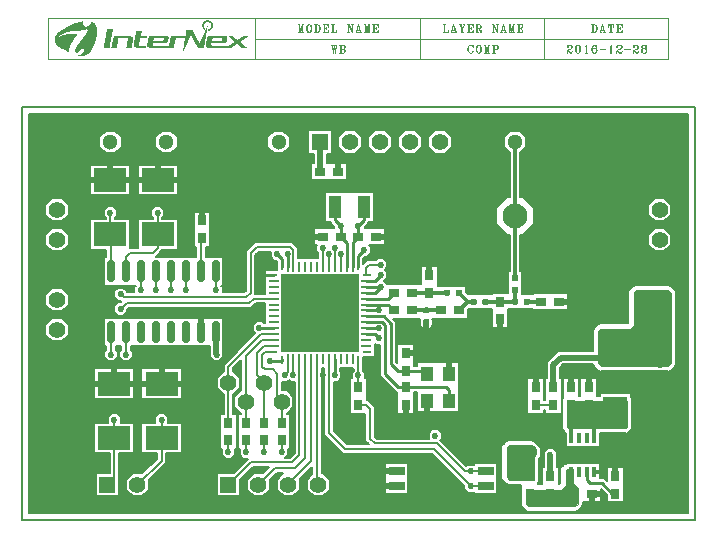
<source format=gbr>
%MOMM*%
%FSLAX33Y33*%
%ADD10C,0.203200*%
%ADD15C,0.070000*%
%ADD20C,1.400000*%
%ADD128C,0.200000*%
%ADD129C,0.500000*%
%ADD130C,0.250000*%
%ADD131C,0.300000*%
%ADD132C,0.400000*%
%ADD133C,0.530000*%
%ADD134C,3.800000*%
%ADD135R,1.400000X1.400000*%
%ADD136C,1.300000*%
%ADD137C,2.100000*%
%ADD138C,0.100000*%
%ADD139R,2.800000X2.000000*%
%ADD140C,0.635000*%
%ADD141R,0.800000X0.900000*%
%ADD142R,0.789000X0.254000*%
%ADD143R,0.900000X0.250000*%
%ADD144R,0.254000X0.789000*%
%ADD145R,0.250000X0.900000*%
%ADD146R,6.600000X6.600000*%
%ADD147R,0.900000X0.800000*%
%ADD148R,1.100000X1.900000*%
%ADD149R,1.397000X0.762000*%
%ADD150R,1.050000X1.300000*%
%ADD151R,0.325000X0.900000*%
%ADD152R,2.400000X1.650000*%
%ADD153R,2.000000X1.300000*%
G90*G71*G01*D02*G54D10*X000000Y000000D02*X057000Y000000D01*X057000Y035000D01*
X000000Y035000D01*X000000Y000000D01*D02*G54D15*X019750Y042500D02*
X002250Y042500D01*X002250Y039000D01*X019750Y039000D01*X019750Y040750D02*
X054750Y040750D01*X033750Y042500D02*X033750Y039000D01*X019750Y042500D02*
X054750Y042500D01*X054750Y039000D02*X019750Y039000D01*X019750Y042500D02*
X019750Y039000D01*X054750Y042500D02*X054750Y039000D01*X044250Y042500D02*
X044250Y039000D01*X046154Y040098D02*X046154Y040066D01*X046186Y040066D01*
X046186Y040098D01*X046154Y040098D01*X046154Y040130D02*X046186Y040130D01*
X046218Y040098D01*X046218Y040066D01*X046186Y040034D01*X046154Y040034D01*
X046123Y040066D01*X046123Y040098D01*X046154Y040161D01*X046186Y040193D01*
X046282Y040214D01*X046414Y040214D01*X046509Y040193D01*X046541Y040161D01*
X046578Y040098D01*X046578Y040034D01*X046541Y039981D01*X046446Y039917D01*
X046282Y039854D01*X046218Y039822D01*X046154Y039758D01*X046123Y039673D01*
X046123Y039578D01*X046509Y040161D02*X046541Y040098D01*X046541Y040034D01*
X046509Y039981D01*X046414Y040214D02*X046477Y040193D01*X046509Y040098D01*
X046509Y040034D01*X046477Y039981D01*X046414Y039917D01*X046282Y039854D01*
X046123Y039642D02*X046154Y039673D01*X046218Y039673D01*X046377Y039642D01*
X046509Y039642D01*X046578Y039673D01*X046218Y039673D02*X046377Y039610D01*
X046509Y039610D01*X046541Y039642D01*X046218Y039673D02*X046377Y039578D01*
X046509Y039578D01*X046541Y039610D01*X046578Y039673D01*X046578Y039727D01*
X047014Y040214D02*X046918Y040193D01*X046854Y040098D01*X046823Y039949D01*
X046823Y039854D01*X046854Y039705D01*X046918Y039610D01*X047014Y039578D01*
X047082Y039578D01*X047177Y039610D01*X047241Y039705D01*X047278Y039854D01*
X047278Y039949D01*X047241Y040098D01*X047177Y040193D01*X047082Y040214D01*
X047014Y040214D01*X046918Y040161D02*X046886Y040098D01*X046854Y039981D01*
X046854Y039822D01*X046886Y039705D01*X046918Y039642D01*X047177Y039642D02*
X047209Y039705D01*X047241Y039822D01*X047241Y039981D01*X047209Y040098D01*
X047177Y040161D01*X047014Y040214D02*X046950Y040193D01*X046918Y040130D01*
X046886Y039981D01*X046886Y039822D01*X046918Y039673D01*X046950Y039610D01*
X047014Y039578D01*X047082Y039578D02*X047146Y039610D01*X047177Y039673D01*
X047209Y039822D01*X047209Y039981D01*X047177Y040130D01*X047146Y040193D01*
X047082Y040214D01*X047727Y040161D02*X047727Y039578D01*X047745Y040161D02*
X047745Y039610D01*X047759Y040214D02*X047759Y039578D01*X047759Y040214D02*
X047714Y040130D01*X047686Y040098D01*X047673Y039578D02*X047818Y039578D01*
X047727Y039610D02*X047700Y039578D01*X047727Y039642D02*X047714Y039578D01*
X047759Y039642D02*X047773Y039578D01*X047759Y039610D02*X047786Y039578D01*
X048577Y040130D02*X048577Y040098D01*X048609Y040098D01*X048609Y040130D01*
X048577Y040130D01*X048609Y040161D02*X048577Y040161D01*X048546Y040130D01*
X048546Y040098D01*X048577Y040066D01*X048609Y040066D01*X048641Y040098D01*
X048641Y040130D01*X048609Y040193D01*X048546Y040214D01*X048450Y040214D01*
X048350Y040193D01*X048286Y040130D01*X048254Y040066D01*X048223Y039949D01*
X048223Y039758D01*X048254Y039673D01*X048318Y039610D01*X048414Y039578D01*
X048482Y039578D01*X048577Y039610D01*X048641Y039673D01*X048678Y039758D01*
X048678Y039790D01*X048641Y039886D01*X048577Y039949D01*X048482Y039981D01*
X048414Y039981D01*X048350Y039949D01*X048318Y039917D01*X048286Y039854D01*
X048318Y040130D02*X048286Y040066D01*X048254Y039949D01*X048254Y039758D01*
X048286Y039673D01*X048318Y039642D01*X048609Y039673D02*X048641Y039727D01*
X048641Y039822D01*X048609Y039886D01*X048450Y040214D02*X048382Y040193D01*
X048350Y040161D01*X048318Y040098D01*X048286Y039981D01*X048286Y039758D01*
X048318Y039673D01*X048350Y039610D01*X048414Y039578D01*X048482Y039578D02*
X048546Y039610D01*X048577Y039642D01*X048609Y039727D01*X048609Y039822D01*
X048577Y039917D01*X048546Y039949D01*X048482Y039981D01*X048923Y039886D02*
X049378Y039886D01*X049378Y039854D01*X048923Y039886D02*X048923Y039854D01*
X049378Y039854D01*X049827Y040161D02*X049827Y039578D01*X049845Y040161D02*
X049845Y039610D01*X049859Y040214D02*X049859Y039578D01*X049859Y040214D02*
X049814Y040130D01*X049786Y040098D01*X049773Y039578D02*X049918Y039578D01*
X049827Y039610D02*X049800Y039578D01*X049827Y039642D02*X049814Y039578D01*
X049859Y039642D02*X049873Y039578D01*X049859Y039610D02*X049886Y039578D01*
X050354Y040098D02*X050354Y040066D01*X050386Y040066D01*X050386Y040098D01*
X050354Y040098D01*X050354Y040130D02*X050386Y040130D01*X050418Y040098D01*
X050418Y040066D01*X050386Y040034D01*X050354Y040034D01*X050322Y040066D01*
X050322Y040098D01*X050354Y040161D01*X050386Y040193D01*X050482Y040214D01*
X050614Y040214D01*X050709Y040193D01*X050741Y040161D01*X050777Y040098D01*
X050777Y040034D01*X050741Y039981D01*X050646Y039917D01*X050482Y039854D01*
X050418Y039822D01*X050354Y039758D01*X050322Y039673D01*X050322Y039578D01*
X050709Y040161D02*X050741Y040098D01*X050741Y040034D01*X050709Y039981D01*
X050614Y040214D02*X050677Y040193D01*X050709Y040098D01*X050709Y040034D01*
X050677Y039981D01*X050614Y039917D01*X050482Y039854D01*X050322Y039642D02*
X050354Y039673D01*X050418Y039673D01*X050577Y039642D01*X050709Y039642D01*
X050777Y039673D01*X050418Y039673D02*X050577Y039610D01*X050709Y039610D01*
X050741Y039642D01*X050418Y039673D02*X050577Y039578D01*X050709Y039578D01*
X050741Y039610D01*X050777Y039673D01*X050777Y039727D01*X051022Y039886D02*
X051477Y039886D01*X051477Y039854D01*X051022Y039886D02*X051022Y039854D01*
X051477Y039854D01*X051754Y040098D02*X051754Y040066D01*X051786Y040066D01*
X051786Y040098D01*X051754Y040098D01*X051754Y040130D02*X051786Y040130D01*
X051818Y040098D01*X051818Y040066D01*X051786Y040034D01*X051754Y040034D01*
X051722Y040066D01*X051722Y040098D01*X051754Y040161D01*X051786Y040193D01*
X051882Y040214D01*X052014Y040214D01*X052109Y040193D01*X052141Y040161D01*
X052177Y040098D01*X052177Y040034D01*X052141Y039981D01*X052046Y039917D01*
X051882Y039854D01*X051818Y039822D01*X051754Y039758D01*X051722Y039673D01*
X051722Y039578D01*X052109Y040161D02*X052141Y040098D01*X052141Y040034D01*
X052109Y039981D01*X052014Y040214D02*X052077Y040193D01*X052109Y040098D01*
X052109Y040034D01*X052077Y039981D01*X052014Y039917D01*X051882Y039854D01*
X051722Y039642D02*X051754Y039673D01*X051818Y039673D01*X051977Y039642D01*
X052109Y039642D01*X052177Y039673D01*X051818Y039673D02*X051977Y039610D01*
X052109Y039610D01*X052141Y039642D01*X051818Y039673D02*X051977Y039578D01*
X052109Y039578D01*X052141Y039610D01*X052177Y039673D01*X052177Y039727D01*
X052582Y040214D02*X052486Y040193D01*X052454Y040130D01*X052454Y040034D01*
X052486Y039981D01*X052582Y039949D01*X052714Y039949D01*X052809Y039981D01*
X052841Y040034D01*X052841Y040130D01*X052809Y040193D01*X052714Y040214D01*
X052582Y040214D01*X052518Y040193D02*X052486Y040130D01*X052486Y040034D01*
X052518Y039981D01*X052777Y039981D02*X052809Y040034D01*X052809Y040130D01*
X052777Y040193D01*X052582Y040214D02*X052550Y040193D01*X052518Y040130D01*
X052518Y040034D01*X052550Y039981D01*X052582Y039949D01*X052714Y039949D02*
X052746Y039981D01*X052777Y040034D01*X052777Y040130D01*X052746Y040193D01*
X052714Y040214D01*X052582Y039949D02*X052486Y039917D01*X052454Y039886D01*
X052422Y039822D01*X052422Y039705D01*X052454Y039642D01*X052486Y039610D01*
X052582Y039578D01*X052714Y039578D01*X052809Y039610D01*X052841Y039642D01*
X052877Y039705D01*X052877Y039822D01*X052841Y039886D01*X052809Y039917D01*
X052714Y039949D01*X052486Y039886D02*X052454Y039822D01*X052454Y039705D01*
X052486Y039642D01*X052809Y039642D02*X052841Y039705D01*X052841Y039822D01*
X052809Y039886D01*X052582Y039949D02*X052518Y039917D01*X052486Y039822D01*
X052486Y039705D01*X052518Y039610D01*X052582Y039578D01*X052714Y039578D02*
X052777Y039610D01*X052809Y039705D01*X052809Y039822D01*X052777Y039917D01*
X052714Y039949D01*X048300Y041964D02*X048300Y041328D01*X048327Y041943D02*
X048327Y041360D01*X048354Y041964D02*X048354Y041328D01*X048223Y041964D02*
X048486Y041964D01*X048568Y041943D01*X048623Y041880D01*X048650Y041816D01*
X048678Y041731D01*X048678Y041572D01*X048650Y041477D01*X048623Y041423D01*
X048568Y041360D01*X048486Y041328D01*X048223Y041328D01*X048596Y041880D02*
X048623Y041816D01*X048650Y041731D01*X048650Y041572D01*X048623Y041477D01*
X048596Y041423D01*X048486Y041964D02*X048541Y041943D01*X048596Y041848D01*
X048623Y041731D01*X048623Y041572D01*X048596Y041455D01*X048541Y041360D01*
X048486Y041328D01*X048245Y041964D02*X048300Y041943D01*X048273Y041964D02*
X048300Y041911D01*X048382Y041964D02*X048354Y041911D01*X048409Y041964D02*
X048354Y041943D01*X048300Y041360D02*X048245Y041328D01*X048300Y041392D02*
X048273Y041328D01*X048354Y041392D02*X048382Y041328D01*X048354Y041360D02*
X048409Y041328D01*X049150Y041964D02*X048973Y041360D01*X049123Y041880D02*
X049273Y041328D01*X049150Y041880D02*X049300Y041328D01*X049150Y041964D02*
X049323Y041328D01*X049023Y041508D02*X049250Y041508D01*X048923Y041328D02*
X049073Y041328D01*X049200Y041328D02*X049378Y041328D01*X048973Y041360D02*
X048945Y041328D01*X048973Y041360D02*X049023Y041328D01*X049273Y041360D02*
X049223Y041328D01*X049273Y041392D02*X049250Y041328D01*X049300Y041392D02*
X049350Y041328D01*X049623Y041964D02*X049623Y041784D01*X049818Y041964D02*
X049818Y041328D01*X049850Y041943D02*X049850Y041360D01*X049877Y041964D02*
X049877Y041328D01*X050077Y041964D02*X050077Y041784D01*X049623Y041964D02*
X050077Y041964D01*X049736Y041328D02*X049959Y041328D01*X049650Y041964D02*
X049623Y041784D01*X049677Y041964D02*X049623Y041880D01*X049704Y041964D02*
X049623Y041911D01*X049764Y041964D02*X049623Y041943D01*X049932Y041964D02*
X050077Y041943D01*X049991Y041964D02*X050077Y041911D01*X050018Y041964D02*
X050077Y041880D01*X050046Y041964D02*X050077Y041784D01*X049818Y041360D02*
X049764Y041328D01*X049818Y041392D02*X049791Y041328D01*X049877Y041392D02*
X049905Y041328D01*X049877Y041360D02*X049932Y041328D01*X050404Y041964D02*
X050404Y041328D01*X050432Y041943D02*X050432Y041360D01*X050464Y041964D02*
X050464Y041328D01*X050322Y041964D02*X050777Y041964D01*X050777Y041784D01*
X050464Y041667D02*X050632Y041667D01*X050632Y041784D02*X050632Y041540D01*
X050322Y041328D02*X050777Y041328D01*X050777Y041508D01*X050350Y041964D02*
X050404Y041943D01*X050377Y041964D02*X050404Y041911D01*X050491Y041964D02*
X050464Y041911D01*X050518Y041964D02*X050464Y041943D01*X050632Y041964D02*
X050777Y041943D01*X050691Y041964D02*X050777Y041911D01*X050718Y041964D02*
X050777Y041880D01*X050746Y041964D02*X050777Y041784D01*X050632Y041784D02*
X050605Y041667D01*X050632Y041540D01*X050632Y041731D02*X050577Y041667D01*
X050632Y041604D01*X050632Y041699D02*X050518Y041667D01*X050632Y041636D01*
X050404Y041360D02*X050350Y041328D01*X050404Y041392D02*X050377Y041328D01*
X050464Y041392D02*X050491Y041328D01*X050464Y041360D02*X050518Y041328D01*
X050632Y041328D02*X050777Y041360D01*X050691Y041328D02*X050777Y041392D01*
X050718Y041328D02*X050777Y041423D01*X050746Y041328D02*X050777Y041508D01*
X035714Y041964D02*X035714Y041328D01*X035741Y041943D02*X035741Y041360D01*
X035773Y041964D02*X035773Y041328D01*X035623Y041964D02*X035864Y041964D01*
X035623Y041328D02*X036078Y041328D01*X036078Y041508D01*X035650Y041964D02*
X035714Y041943D01*X035682Y041964D02*X035714Y041911D01*X035805Y041964D02*
X035773Y041911D01*X035832Y041964D02*X035773Y041943D01*X035714Y041360D02*
X035650Y041328D01*X035714Y041392D02*X035682Y041328D01*X035773Y041392D02*
X035805Y041328D01*X035773Y041360D02*X035832Y041328D01*X035923Y041328D02*
X036078Y041360D01*X035982Y041328D02*X036078Y041392D01*X036014Y041328D02*
X036078Y041423D01*X036046Y041328D02*X036078Y041508D01*X036550Y041964D02*
X036373Y041360D01*X036523Y041880D02*X036673Y041328D01*X036550Y041880D02*
X036700Y041328D01*X036550Y041964D02*X036723Y041328D01*X036423Y041508D02*
X036650Y041508D01*X036323Y041328D02*X036473Y041328D01*X036600Y041328D02*
X036778Y041328D01*X036373Y041360D02*X036345Y041328D01*X036373Y041360D02*
X036423Y041328D01*X036673Y041360D02*X036623Y041328D01*X036673Y041392D02*
X036650Y041328D01*X036700Y041392D02*X036750Y041328D01*X037068Y041964D02*
X037223Y041636D01*X037223Y041328D01*X037091Y041964D02*X037245Y041636D01*
X037245Y041360D01*X037109Y041964D02*X037273Y041636D01*X037273Y041328D01*
X037405Y041943D02*X037273Y041636D01*X037023Y041964D02*X037182Y041964D01*
X037336Y041964D02*X037478Y041964D01*X037159Y041328D02*X037336Y041328D01*
X037045Y041964D02*X037091Y041943D01*X037159Y041964D02*X037109Y041943D01*
X037364Y041964D02*X037405Y041943D01*X037450Y041964D02*X037405Y041943D01*
X037223Y041360D02*X037182Y041328D01*X037223Y041392D02*X037200Y041328D01*
X037273Y041392D02*X037291Y041328D01*X037273Y041360D02*X037314Y041328D01*
X037804Y041964D02*X037804Y041328D01*X037832Y041943D02*X037832Y041360D01*
X037864Y041964D02*X037864Y041328D01*X037723Y041964D02*X038178Y041964D01*
X038178Y041784D01*X037864Y041667D02*X038032Y041667D01*X038032Y041784D02*
X038032Y041540D01*X037723Y041328D02*X038178Y041328D01*X038178Y041508D01*
X037750Y041964D02*X037804Y041943D01*X037777Y041964D02*X037804Y041911D01*
X037891Y041964D02*X037864Y041911D01*X037918Y041964D02*X037864Y041943D01*
X038032Y041964D02*X038178Y041943D01*X038091Y041964D02*X038178Y041911D01*
X038118Y041964D02*X038178Y041880D01*X038146Y041964D02*X038178Y041784D01*
X038032Y041784D02*X038005Y041667D01*X038032Y041540D01*X038032Y041731D02*
X037977Y041667D01*X038032Y041604D01*X038032Y041699D02*X037918Y041667D01*
X038032Y041636D01*X037804Y041360D02*X037750Y041328D01*X037804Y041392D02*
X037777Y041328D01*X037864Y041392D02*X037891Y041328D01*X037864Y041360D02*
X037918Y041328D01*X038032Y041328D02*X038178Y041360D01*X038091Y041328D02*
X038178Y041392D01*X038118Y041328D02*X038178Y041423D01*X038146Y041328D02*
X038178Y041508D01*X038495Y041964D02*X038495Y041328D01*X038523Y041943D02*
X038523Y041360D01*X038545Y041964D02*X038545Y041328D01*X038423Y041964D02*
X038723Y041964D01*X038800Y041943D01*X038823Y041911D01*X038850Y041848D01*
X038850Y041784D01*X038823Y041731D01*X038800Y041699D01*X038723Y041667D01*
X038545Y041667D01*X038800Y041911D02*X038823Y041848D01*X038823Y041784D01*
X038800Y041731D01*X038723Y041964D02*X038773Y041943D01*X038800Y041880D01*
X038800Y041752D01*X038773Y041699D01*X038723Y041667D01*X038645Y041667D02*
X038700Y041636D01*X038723Y041572D01*X038773Y041392D01*X038800Y041328D01*
X038850Y041328D01*X038878Y041392D01*X038878Y041455D01*X038773Y041455D02*
X038800Y041392D01*X038823Y041360D01*X038850Y041360D01*X038700Y041636D02*
X038723Y041604D01*X038800Y041423D01*X038823Y041392D01*X038850Y041392D01*
X038878Y041423D01*X038423Y041328D02*X038623Y041328D01*X038445Y041964D02*
X038495Y041943D01*X038473Y041964D02*X038495Y041911D01*X038573Y041964D02*
X038545Y041911D01*X038595Y041964D02*X038545Y041943D01*X038495Y041360D02*
X038445Y041328D01*X038495Y041392D02*X038473Y041328D01*X038545Y041392D02*
X038573Y041328D01*X038545Y041360D02*X038595Y041328D01*X039886Y041964D02*
X039886Y041360D01*X039886Y041964D02*X040205Y041328D01*X039913Y041964D02*
X040182Y041423D01*X039932Y041964D02*X040205Y041423D01*X040205Y041943D02*
X040205Y041328D01*X039822Y041964D02*X039932Y041964D01*X040141Y041964D02*
X040277Y041964D01*X039822Y041328D02*X039954Y041328D01*X039841Y041964D02*
X039886Y041943D01*X040164Y041964D02*X040205Y041943D01*X040255Y041964D02*
X040205Y041943D01*X039886Y041360D02*X039841Y041328D01*X039886Y041360D02*
X039932Y041328D01*X040750Y041964D02*X040573Y041360D01*X040723Y041880D02*
X040873Y041328D01*X040750Y041880D02*X040900Y041328D01*X040750Y041964D02*
X040923Y041328D01*X040623Y041508D02*X040850Y041508D01*X040522Y041328D02*
X040673Y041328D01*X040800Y041328D02*X040977Y041328D01*X040573Y041360D02*
X040545Y041328D01*X040573Y041360D02*X040623Y041328D01*X040873Y041360D02*
X040823Y041328D01*X040873Y041392D02*X040850Y041328D01*X040900Y041392D02*
X040950Y041328D01*X041282Y041964D02*X041282Y041360D01*X041282Y041964D02*
X041427Y041328D01*X041304Y041964D02*X041427Y041423D01*X041323Y041964D02*
X041445Y041423D01*X041573Y041964D02*X041427Y041328D01*X041573Y041964D02*
X041573Y041328D01*X041591Y041943D02*X041591Y041360D01*X041614Y041964D02*
X041614Y041328D01*X041222Y041964D02*X041323Y041964D01*X041573Y041964D02*
X041677Y041964D01*X041222Y041328D02*X041345Y041328D01*X041509Y041328D02*
X041677Y041328D01*X041241Y041964D02*X041282Y041943D01*X041632Y041964D02*
X041614Y041911D01*X041655Y041964D02*X041614Y041943D01*X041282Y041360D02*
X041241Y041328D01*X041282Y041360D02*X041323Y041328D01*X041573Y041360D02*
X041532Y041328D01*X041573Y041392D02*X041550Y041328D01*X041614Y041392D02*
X041632Y041328D01*X041614Y041360D02*X041655Y041328D01*X042004Y041964D02*
X042004Y041328D01*X042032Y041943D02*X042032Y041360D01*X042064Y041964D02*
X042064Y041328D01*X041922Y041964D02*X042377Y041964D01*X042377Y041784D01*
X042064Y041667D02*X042232Y041667D01*X042232Y041784D02*X042232Y041540D01*
X041922Y041328D02*X042377Y041328D01*X042377Y041508D01*X041950Y041964D02*
X042004Y041943D01*X041977Y041964D02*X042004Y041911D01*X042091Y041964D02*
X042064Y041911D01*X042118Y041964D02*X042064Y041943D01*X042232Y041964D02*
X042377Y041943D01*X042291Y041964D02*X042377Y041911D01*X042318Y041964D02*
X042377Y041880D01*X042346Y041964D02*X042377Y041784D01*X042232Y041784D02*
X042205Y041667D01*X042232Y041540D01*X042232Y041731D02*X042177Y041667D01*
X042232Y041604D01*X042232Y041699D02*X042118Y041667D01*X042232Y041636D01*
X042004Y041360D02*X041950Y041328D01*X042004Y041392D02*X041977Y041328D01*
X042064Y041392D02*X042091Y041328D01*X042064Y041360D02*X042118Y041328D01*
X042232Y041328D02*X042377Y041360D01*X042291Y041328D02*X042377Y041392D01*
X042318Y041328D02*X042377Y041423D01*X042346Y041328D02*X042377Y041508D01*
X023432Y041964D02*X023432Y041360D01*X023432Y041964D02*X023577Y041328D01*
X023454Y041964D02*X023577Y041423D01*X023473Y041964D02*X023596Y041423D01*
X023723Y041964D02*X023577Y041328D01*X023723Y041964D02*X023723Y041328D01*
X023741Y041943D02*X023741Y041360D01*X023764Y041964D02*X023764Y041328D01*
X023373Y041964D02*X023473Y041964D01*X023723Y041964D02*X023828Y041964D01*
X023373Y041328D02*X023495Y041328D01*X023659Y041328D02*X023828Y041328D01*
X023391Y041964D02*X023432Y041943D01*X023782Y041964D02*X023764Y041911D01*
X023805Y041964D02*X023764Y041943D01*X023432Y041360D02*X023391Y041328D01*
X023432Y041360D02*X023473Y041328D01*X023723Y041360D02*X023682Y041328D01*
X023723Y041392D02*X023700Y041328D01*X023764Y041392D02*X023782Y041328D01*
X023764Y041360D02*X023805Y041328D01*X024268Y041964D02*X024186Y041943D01*
X024127Y041880D01*X024100Y041816D01*X024073Y041699D01*X024073Y041604D01*
X024100Y041477D01*X024127Y041423D01*X024186Y041360D01*X024268Y041328D01*
X024327Y041328D01*X024414Y041360D01*X024468Y041423D01*X024496Y041477D01*
X024528Y041604D01*X024528Y041699D01*X024496Y041816D01*X024468Y041880D01*
X024414Y041943D01*X024327Y041964D01*X024268Y041964D01*X024154Y041880D02*
X024127Y041816D01*X024100Y041731D01*X024100Y041572D01*X024127Y041477D01*
X024154Y041423D01*X024441Y041423D02*X024468Y041477D01*X024496Y041572D01*
X024496Y041731D01*X024468Y041816D01*X024441Y041880D01*X024268Y041964D02*
X024214Y041943D01*X024154Y041848D01*X024127Y041731D01*X024127Y041572D01*
X024154Y041455D01*X024214Y041360D01*X024268Y041328D01*X024327Y041328D02*
X024382Y041360D01*X024441Y041455D01*X024468Y041572D01*X024468Y041731D01*
X024441Y041848D01*X024382Y041943D01*X024327Y041964D01*X024850Y041964D02*
X024850Y041328D01*X024877Y041943D02*X024877Y041360D01*X024904Y041964D02*
X024904Y041328D01*X024773Y041964D02*X025036Y041964D01*X025118Y041943D01*
X025173Y041880D01*X025200Y041816D01*X025228Y041731D01*X025228Y041572D01*
X025200Y041477D01*X025173Y041423D01*X025118Y041360D01*X025036Y041328D01*
X024773Y041328D01*X025146Y041880D02*X025173Y041816D01*X025200Y041731D01*
X025200Y041572D01*X025173Y041477D01*X025146Y041423D01*X025036Y041964D02*
X025091Y041943D01*X025146Y041848D01*X025173Y041731D01*X025173Y041572D01*
X025146Y041455D01*X025091Y041360D01*X025036Y041328D01*X024795Y041964D02*
X024850Y041943D01*X024823Y041964D02*X024850Y041911D01*X024932Y041964D02*
X024904Y041911D01*X024959Y041964D02*X024904Y041943D01*X024850Y041360D02*
X024795Y041328D01*X024850Y041392D02*X024823Y041328D01*X024904Y041392D02*
X024932Y041328D01*X024904Y041360D02*X024959Y041328D01*X025554Y041964D02*
X025554Y041328D01*X025582Y041943D02*X025582Y041360D01*X025614Y041964D02*
X025614Y041328D01*X025473Y041964D02*X025928Y041964D01*X025928Y041784D01*
X025614Y041667D02*X025782Y041667D01*X025782Y041784D02*X025782Y041540D01*
X025473Y041328D02*X025928Y041328D01*X025928Y041508D01*X025500Y041964D02*
X025554Y041943D01*X025527Y041964D02*X025554Y041911D01*X025641Y041964D02*
X025614Y041911D01*X025668Y041964D02*X025614Y041943D01*X025782Y041964D02*
X025928Y041943D01*X025841Y041964D02*X025928Y041911D01*X025868Y041964D02*
X025928Y041880D01*X025896Y041964D02*X025928Y041784D01*X025782Y041784D02*
X025755Y041667D01*X025782Y041540D01*X025782Y041731D02*X025727Y041667D01*
X025782Y041604D01*X025782Y041699D02*X025668Y041667D01*X025782Y041636D01*
X025554Y041360D02*X025500Y041328D01*X025554Y041392D02*X025527Y041328D01*
X025614Y041392D02*X025641Y041328D01*X025614Y041360D02*X025668Y041328D01*
X025782Y041328D02*X025928Y041360D01*X025841Y041328D02*X025928Y041392D01*
X025868Y041328D02*X025928Y041423D01*X025896Y041328D02*X025928Y041508D01*
X026264Y041964D02*X026264Y041328D01*X026291Y041943D02*X026291Y041360D01*
X026323Y041964D02*X026323Y041328D01*X026173Y041964D02*X026414Y041964D01*
X026173Y041328D02*X026628Y041328D01*X026628Y041508D01*X026200Y041964D02*
X026264Y041943D01*X026232Y041964D02*X026264Y041911D01*X026355Y041964D02*
X026323Y041911D01*X026382Y041964D02*X026323Y041943D01*X026264Y041360D02*
X026200Y041328D01*X026264Y041392D02*X026232Y041328D01*X026323Y041392D02*
X026355Y041328D01*X026323Y041360D02*X026382Y041328D01*X026473Y041328D02*
X026628Y041360D01*X026532Y041328D02*X026628Y041392D01*X026564Y041328D02*
X026628Y041423D01*X026596Y041328D02*X026628Y041508D01*X027636Y041964D02*
X027636Y041360D01*X027636Y041964D02*X027955Y041328D01*X027663Y041964D02*
X027932Y041423D01*X027682Y041964D02*X027955Y041423D01*X027955Y041943D02*
X027955Y041328D01*X027572Y041964D02*X027682Y041964D01*X027891Y041964D02*
X028027Y041964D01*X027572Y041328D02*X027704Y041328D01*X027591Y041964D02*
X027636Y041943D01*X027914Y041964D02*X027955Y041943D01*X028005Y041964D02*
X027955Y041943D01*X027636Y041360D02*X027591Y041328D01*X027636Y041360D02*
X027682Y041328D01*X028500Y041964D02*X028323Y041360D01*X028473Y041880D02*
X028623Y041328D01*X028500Y041880D02*X028650Y041328D01*X028500Y041964D02*
X028673Y041328D01*X028373Y041508D02*X028600Y041508D01*X028272Y041328D02*
X028423Y041328D01*X028550Y041328D02*X028727Y041328D01*X028323Y041360D02*
X028295Y041328D01*X028323Y041360D02*X028373Y041328D01*X028623Y041360D02*
X028573Y041328D01*X028623Y041392D02*X028600Y041328D01*X028650Y041392D02*
X028700Y041328D01*X029032Y041964D02*X029032Y041360D01*X029032Y041964D02*
X029177Y041328D01*X029054Y041964D02*X029177Y041423D01*X029073Y041964D02*
X029195Y041423D01*X029323Y041964D02*X029177Y041328D01*X029323Y041964D02*
X029323Y041328D01*X029341Y041943D02*X029341Y041360D01*X029364Y041964D02*
X029364Y041328D01*X028972Y041964D02*X029073Y041964D01*X029323Y041964D02*
X029427Y041964D01*X028972Y041328D02*X029095Y041328D01*X029259Y041328D02*
X029427Y041328D01*X028991Y041964D02*X029032Y041943D01*X029382Y041964D02*
X029364Y041911D01*X029405Y041964D02*X029364Y041943D01*X029032Y041360D02*
X028991Y041328D01*X029032Y041360D02*X029073Y041328D01*X029323Y041360D02*
X029282Y041328D01*X029323Y041392D02*X029300Y041328D01*X029364Y041392D02*
X029382Y041328D01*X029364Y041360D02*X029405Y041328D01*X029754Y041964D02*
X029754Y041328D01*X029782Y041943D02*X029782Y041360D01*X029814Y041964D02*
X029814Y041328D01*X029672Y041964D02*X030127Y041964D01*X030127Y041784D01*
X029814Y041667D02*X029982Y041667D01*X029982Y041784D02*X029982Y041540D01*
X029672Y041328D02*X030127Y041328D01*X030127Y041508D01*X029700Y041964D02*
X029754Y041943D01*X029727Y041964D02*X029754Y041911D01*X029841Y041964D02*
X029814Y041911D01*X029868Y041964D02*X029814Y041943D01*X029982Y041964D02*
X030127Y041943D01*X030041Y041964D02*X030127Y041911D01*X030068Y041964D02*
X030127Y041880D01*X030096Y041964D02*X030127Y041784D01*X029982Y041784D02*
X029955Y041667D01*X029982Y041540D01*X029982Y041731D02*X029927Y041667D01*
X029982Y041604D01*X029982Y041699D02*X029868Y041667D01*X029982Y041636D01*
X029754Y041360D02*X029700Y041328D01*X029754Y041392D02*X029727Y041328D01*
X029814Y041392D02*X029841Y041328D01*X029814Y041360D02*X029868Y041328D01*
X029982Y041328D02*X030127Y041360D01*X030041Y041328D02*X030127Y041392D01*
X030068Y041328D02*X030127Y041423D01*X030096Y041328D02*X030127Y041508D01*
X026232Y040214D02*X026314Y039578D01*X026254Y040214D02*X026314Y039727D01*
X026314Y039578D01*X026273Y040214D02*X026336Y039727D01*X026400Y040214D02*
X026336Y039727D01*X026314Y039578D01*X026400Y040214D02*X026482Y039578D01*
X026418Y040214D02*X026482Y039727D01*X026482Y039578D01*X026441Y040214D02*
X026500Y039727D01*X026564Y040193D02*X026500Y039727D01*X026482Y039578D01*
X026173Y040214D02*X026336Y040214D01*X026400Y040214D02*X026441Y040214D01*
X026500Y040214D02*X026628Y040214D01*X026191Y040214D02*X026254Y040193D01*
X026213Y040214D02*X026254Y040161D01*X026295Y040214D02*X026273Y040161D01*
X026314Y040214D02*X026273Y040193D01*X026523Y040214D02*X026564Y040193D01*
X026605Y040214D02*X026564Y040193D01*X026950Y040214D02*X026950Y039578D01*
X026977Y040193D02*X026977Y039610D01*X027004Y040214D02*X027004Y039578D01*
X026873Y040214D02*X027191Y040214D01*X027273Y040193D01*X027296Y040161D01*
X027327Y040098D01*X027327Y040034D01*X027296Y039981D01*X027273Y039949D01*
X027191Y039917D01*X027273Y040161D02*X027296Y040098D01*X027296Y040034D01*
X027273Y039981D01*X027191Y040214D02*X027246Y040193D01*X027273Y040130D01*
X027273Y040002D01*X027246Y039949D01*X027191Y039917D01*X027004Y039917D02*
X027191Y039917D01*X027273Y039886D01*X027296Y039854D01*X027327Y039790D01*
X027327Y039705D01*X027296Y039642D01*X027273Y039610D01*X027191Y039578D01*
X026873Y039578D01*X027273Y039854D02*X027296Y039790D01*X027296Y039705D01*
X027273Y039642D01*X027191Y039917D02*X027246Y039886D01*X027273Y039822D01*
X027273Y039673D01*X027246Y039610D01*X027191Y039578D01*X026895Y040214D02*
X026950Y040193D01*X026923Y040214D02*X026950Y040161D01*X027032Y040214D02*
X027004Y040161D01*X027059Y040214D02*X027004Y040193D01*X026950Y039610D02*
X026895Y039578D01*X026950Y039642D02*X026923Y039578D01*X027004Y039642D02*
X027032Y039578D01*X027004Y039610D02*X027059Y039578D01*X038146Y040130D02*
X038178Y040214D01*X038178Y040034D01*X038146Y040130D01*X038082Y040193D01*
X038023Y040214D01*X037932Y040214D01*X037841Y040193D01*X037782Y040130D01*
X037750Y040066D01*X037723Y039981D01*X037723Y039822D01*X037750Y039727D01*
X037782Y039673D01*X037841Y039610D01*X037932Y039578D01*X038023Y039578D01*
X038082Y039610D01*X038146Y039673D01*X038178Y039727D01*X037809Y040130D02*
X037782Y040066D01*X037750Y039981D01*X037750Y039822D01*X037782Y039727D01*
X037809Y039673D01*X037932Y040214D02*X037873Y040193D01*X037809Y040098D01*
X037782Y039981D01*X037782Y039822D01*X037809Y039705D01*X037873Y039610D01*
X037932Y039578D01*X038618Y040214D02*X038536Y040193D01*X038477Y040130D01*
X038450Y040066D01*X038423Y039949D01*X038423Y039854D01*X038450Y039727D01*
X038477Y039673D01*X038536Y039610D01*X038618Y039578D01*X038677Y039578D01*
X038764Y039610D01*X038818Y039673D01*X038846Y039727D01*X038878Y039854D01*
X038878Y039949D01*X038846Y040066D01*X038818Y040130D01*X038764Y040193D01*
X038677Y040214D01*X038618Y040214D01*X038504Y040130D02*X038477Y040066D01*
X038450Y039981D01*X038450Y039822D01*X038477Y039727D01*X038504Y039673D01*
X038791Y039673D02*X038818Y039727D01*X038846Y039822D01*X038846Y039981D01*
X038818Y040066D01*X038791Y040130D01*X038618Y040214D02*X038564Y040193D01*
X038504Y040098D01*X038477Y039981D01*X038477Y039822D01*X038504Y039705D01*
X038564Y039610D01*X038618Y039578D01*X038677Y039578D02*X038732Y039610D01*
X038791Y039705D01*X038818Y039822D01*X038818Y039981D01*X038791Y040098D01*
X038732Y040193D01*X038677Y040214D01*X039182Y040214D02*X039182Y039610D01*
X039182Y040214D02*X039327Y039578D01*X039204Y040214D02*X039327Y039673D01*
X039223Y040214D02*X039345Y039673D01*X039473Y040214D02*X039327Y039578D01*
X039473Y040214D02*X039473Y039578D01*X039491Y040193D02*X039491Y039610D01*
X039514Y040214D02*X039514Y039578D01*X039123Y040214D02*X039223Y040214D01*
X039473Y040214D02*X039577Y040214D01*X039123Y039578D02*X039245Y039578D01*
X039409Y039578D02*X039577Y039578D01*X039141Y040214D02*X039182Y040193D01*
X039532Y040214D02*X039514Y040161D01*X039555Y040214D02*X039514Y040193D01*
X039182Y039610D02*X039141Y039578D01*X039182Y039610D02*X039223Y039578D01*
X039473Y039610D02*X039432Y039578D01*X039473Y039642D02*X039450Y039578D01*
X039514Y039642D02*X039532Y039578D01*X039514Y039610D02*X039555Y039578D01*
X039900Y040214D02*X039900Y039578D01*X039927Y040193D02*X039927Y039610D01*
X039954Y040214D02*X039954Y039578D01*X039822Y040214D02*X040141Y040214D01*
X040223Y040193D01*X040246Y040161D01*X040277Y040098D01*X040277Y040002D01*
X040246Y039949D01*X040223Y039917D01*X040141Y039886D01*X039954Y039886D01*
X040223Y040161D02*X040246Y040098D01*X040246Y040002D01*X040223Y039949D01*
X040141Y040214D02*X040196Y040193D01*X040223Y040130D01*X040223Y039981D01*
X040196Y039917D01*X040141Y039886D01*X039822Y039578D02*X040036Y039578D01*
X039845Y040214D02*X039900Y040193D01*X039873Y040214D02*X039900Y040161D01*
X039982Y040214D02*X039954Y040161D01*X040009Y040214D02*X039954Y040193D01*
X039900Y039610D02*X039845Y039578D01*X039900Y039642D02*X039873Y039578D01*
X039954Y039642D02*X039982Y039578D01*X039954Y039610D02*X040009Y039578D01*
X000000Y000000D02*D02*G54D20*X009790Y003000D03*X012330Y003000D03*
X020040Y003000D03*X022580Y003000D03*X025120Y003000D03*X027660Y003000D03*
X003000Y011040D03*X017500Y011625D03*X022000Y010000D03*X020500Y011625D03*
X019000Y010000D03*X054000Y011040D03*X003000Y013580D03*X054000Y013580D03*
X003000Y016120D03*X054000Y016120D03*X003000Y018660D03*X054000Y018660D03*
X003000Y021200D03*X003000Y023740D03*X054000Y021200D03*X054000Y023740D03*
X003000Y026280D03*X054000Y026280D03*X030330Y032000D03*X027790Y032000D03*
X032870Y032000D03*X035410Y032000D03*X037950Y032000D03*D02*G54D128*
X000600Y000600D02*X056400Y000600D01*X056400Y000600D02*X056400Y034400D01*
X056400Y034400D02*X000600Y034400D01*X000600Y034400D02*X000600Y000600D01*
X002586Y025280D02*X003414Y025280D01*X003414Y025280D02*X004000Y025866D01*
X004000Y025866D02*X004000Y026694D01*X004000Y026694D02*X003414Y027280D01*
X003414Y027280D02*X002586Y027280D01*X002586Y027280D02*X002000Y026694D01*
X002000Y026694D02*X002000Y025866D01*X002000Y025866D02*X002586Y025280D01*
X002586Y022740D02*X003414Y022740D01*X003414Y022740D02*X004000Y023326D01*
X004000Y023326D02*X004000Y024154D01*X004000Y024154D02*X003414Y024740D01*
X003414Y024740D02*X002586Y024740D01*X002586Y024740D02*X002000Y024154D01*
X002000Y024154D02*X002000Y023326D01*X002000Y023326D02*X002586Y022740D01*
X002586Y017660D02*X003414Y017660D01*X003414Y017660D02*X004000Y018246D01*
X004000Y018246D02*X004000Y019074D01*X004000Y019074D02*X003414Y019660D01*
X003414Y019660D02*X002586Y019660D01*X002586Y019660D02*X002000Y019074D01*
X002000Y019074D02*X002000Y018246D01*X002000Y018246D02*X002586Y017660D01*
X002586Y015120D02*X003414Y015120D01*X003414Y015120D02*X004000Y015706D01*
X004000Y015706D02*X004000Y016534D01*X004000Y016534D02*X003414Y017120D01*
X003414Y017120D02*X002586Y017120D01*X002586Y017120D02*X002000Y016534D01*
X002000Y016534D02*X002000Y015706D01*X002000Y015706D02*X002586Y015120D01*
X007107Y031050D02*X007894Y031050D01*X007894Y031050D02*X008450Y031607D01*
X008450Y031607D02*X008450Y032394D01*X008450Y032394D02*X007894Y032950D01*
X007894Y032950D02*X007107Y032950D01*X007107Y032950D02*X006550Y032394D01*
X006550Y032394D02*X006550Y031607D01*X006550Y031607D02*X007107Y031050D01*
X009200Y027500D02*X009200Y030100D01*X009200Y030100D02*X005800Y030100D01*
X005800Y030100D02*X005800Y027500D01*X005800Y027500D02*X009200Y027500D01*
X011857Y031050D02*X012644Y031050D01*X012644Y031050D02*X013200Y031607D01*
X013200Y031607D02*X013200Y032394D01*X013200Y032394D02*X012644Y032950D01*
X012644Y032950D02*X011857Y032950D01*X011857Y032950D02*X011300Y032394D01*
X011300Y032394D02*X011300Y031607D01*X011300Y031607D02*X011857Y031050D01*
X013200Y027500D02*X013200Y030100D01*X013200Y030100D02*X009800Y030100D01*
X009800Y030100D02*X009800Y027500D01*X009800Y027500D02*X013200Y027500D01*
X021357Y031050D02*X022144Y031050D01*X022144Y031050D02*X022700Y031607D01*
X022700Y031607D02*X022700Y032394D01*X022700Y032394D02*X022144Y032950D01*
X022144Y032950D02*X021357Y032950D01*X021357Y032950D02*X020800Y032394D01*
X020800Y032394D02*X020800Y031607D01*X020800Y031607D02*X021357Y031050D01*
X024700Y031000D02*X024700Y030200D01*X024700Y030200D02*X024500Y030200D01*
X024500Y030200D02*X024500Y028800D01*X024500Y028800D02*X027500Y028800D01*
X027500Y028800D02*X027500Y030200D01*X027500Y030200D02*X026350Y030200D01*
X026350Y030200D02*X026350Y030200D01*X026350Y030200D02*X025800Y030200D01*
X025800Y030200D02*X025800Y031000D01*X025800Y031000D02*X026250Y031000D01*
X026250Y031000D02*X026250Y033000D01*X026250Y033000D02*X024250Y033000D01*
X024250Y033000D02*X024250Y031000D01*X024250Y031000D02*X024700Y031000D01*
X027376Y031000D02*X028204Y031000D01*X028204Y031000D02*X028790Y031586D01*
X028790Y031586D02*X028790Y032414D01*X028790Y032414D02*X028204Y033000D01*
X028204Y033000D02*X027376Y033000D01*X027376Y033000D02*X026790Y032414D01*
X026790Y032414D02*X026790Y031586D01*X026790Y031586D02*X027376Y031000D01*
X029916Y031000D02*X030744Y031000D01*X030744Y031000D02*X031330Y031586D01*
X031330Y031586D02*X031330Y032414D01*X031330Y032414D02*X030744Y033000D01*
X030744Y033000D02*X029916Y033000D01*X029916Y033000D02*X029330Y032414D01*
X029330Y032414D02*X029330Y031586D01*X029330Y031586D02*X029916Y031000D01*
X032456Y031000D02*X033284Y031000D01*X033284Y031000D02*X033870Y031586D01*
X033870Y031586D02*X033870Y032414D01*X033870Y032414D02*X033284Y033000D01*
X033284Y033000D02*X032456Y033000D01*X032456Y033000D02*X031870Y032414D01*
X031870Y032414D02*X031870Y031586D01*X031870Y031586D02*X032456Y031000D01*
X034996Y031000D02*X035824Y031000D01*X035824Y031000D02*X036410Y031586D01*
X036410Y031586D02*X036410Y032414D01*X036410Y032414D02*X035824Y033000D01*
X035824Y033000D02*X034996Y033000D01*X034996Y033000D02*X034410Y032414D01*
X034410Y032414D02*X034410Y031586D01*X034410Y031586D02*X034996Y031000D01*
X007155Y022900D02*X007155Y022300D01*X007155Y022300D02*X006938Y022300D01*
X006938Y022300D02*X006938Y019865D01*X006938Y019865D02*X006950Y019865D01*
X006950Y019865D02*X006950Y019850D01*X006950Y019850D02*X009646Y019850D01*
X009646Y019850D02*X009530Y019734D01*X009530Y019734D02*X009530Y019275D01*
X009530Y019275D02*X008940Y019275D01*X008940Y019275D02*X008940Y019359D01*
X008940Y019359D02*X008609Y019690D01*X008609Y019690D02*X008141Y019690D01*
X008141Y019690D02*X007810Y019359D01*X007810Y019359D02*X007810Y018891D01*
X007810Y018891D02*X008141Y018560D01*X008141Y018560D02*X008374Y018560D01*
X008374Y018560D02*X008434Y018500D01*X008434Y018500D02*X008374Y018440D01*
X008374Y018440D02*X008141Y018440D01*X008141Y018440D02*X007810Y018109D01*
X007810Y018109D02*X007810Y017641D01*X007810Y017641D02*X008141Y017310D01*
X008141Y017310D02*X008609Y017310D01*X008609Y017310D02*X008940Y017641D01*
X008940Y017641D02*X008940Y017874D01*X008940Y017874D02*X009041Y017975D01*
X009041Y017975D02*X019416Y017975D01*X019416Y017975D02*X019791Y018350D01*
X019791Y018350D02*X020600Y018350D01*X020600Y018350D02*X020600Y016675D01*
X020600Y016675D02*X020499Y016675D01*X020499Y016675D02*X020359Y016815D01*
X020359Y016815D02*X019891Y016815D01*X019891Y016815D02*X019560Y016484D01*
X019560Y016484D02*X019560Y016016D01*X019560Y016016D02*X019755Y015821D01*
X019755Y015821D02*X017100Y013166D01*X017100Y013166D02*X017100Y012625D01*
X017100Y012625D02*X017086Y012625D01*X017086Y012625D02*X016500Y012039D01*
X016500Y012039D02*X016500Y011211D01*X016500Y011211D02*X017086Y010625D01*
X017086Y010625D02*X017100Y010625D01*X017100Y010625D02*X017100Y009000D01*
X017100Y009000D02*X016800Y009000D01*X016800Y009000D02*X016800Y006000D01*
X016800Y006000D02*X016951Y006000D01*X016951Y006000D02*X016935Y005984D01*
X016935Y005984D02*X016935Y005516D01*X016935Y005516D02*X017266Y005185D01*
X017266Y005185D02*X017734Y005185D01*X017734Y005185D02*X018065Y005516D01*
X018065Y005516D02*X018065Y005984D01*X018065Y005984D02*X018049Y006000D01*
X018049Y006000D02*X018200Y006000D01*X018200Y006000D02*X018200Y007100D01*
X018200Y007100D02*X018200Y007100D01*X018200Y007100D02*X018200Y007900D01*
X018200Y007900D02*X018200Y007900D01*X018200Y007900D02*X018200Y009000D01*
X018200Y009000D02*X017900Y009000D01*X017900Y009000D02*X017900Y010625D01*
X017900Y010625D02*X017914Y010625D01*X017914Y010625D02*X018500Y011211D01*
X018500Y011211D02*X018500Y012039D01*X018500Y012039D02*X017914Y012625D01*
X017914Y012625D02*X017900Y012625D01*X017900Y012625D02*X017900Y012834D01*
X017900Y012834D02*X018600Y013534D01*X018600Y013534D02*X018600Y011000D01*
X018600Y011000D02*X018586Y011000D01*X018586Y011000D02*X018000Y010414D01*
X018000Y010414D02*X018000Y009586D01*X018000Y009586D02*X018586Y009000D01*
X018586Y009000D02*X018300Y009000D01*X018300Y009000D02*X018300Y006000D01*
X018300Y006000D02*X018451Y006000D01*X018451Y006000D02*X018435Y005984D01*
X018435Y005984D02*X018435Y005516D01*X018435Y005516D02*X018766Y005185D01*
X018766Y005185D02*X019119Y005185D01*X019119Y005185D02*X017934Y004000D01*
X017934Y004000D02*X016500Y004000D01*X016500Y004000D02*X016500Y002000D01*
X016500Y002000D02*X018500Y002000D01*X018500Y002000D02*X018500Y003434D01*
X018500Y003434D02*X019541Y004475D01*X019541Y004475D02*X020949Y004475D01*
X020949Y004475D02*X020464Y003990D01*X020464Y003990D02*X020454Y004000D01*
X020454Y004000D02*X019626Y004000D01*X019626Y004000D02*X019040Y003414D01*
X019040Y003414D02*X019040Y002586D01*X019040Y002586D02*X019626Y002000D01*
X019626Y002000D02*X020454Y002000D01*X020454Y002000D02*X021040Y002586D01*
X021040Y002586D02*X021040Y003414D01*X021040Y003414D02*X021030Y003424D01*
X021030Y003424D02*X021581Y003975D01*X021581Y003975D02*X022141Y003975D01*
X022141Y003975D02*X021580Y003414D01*X021580Y003414D02*X021580Y002586D01*
X021580Y002586D02*X022166Y002000D01*X022166Y002000D02*X022994Y002000D01*
X022994Y002000D02*X023580Y002586D01*X023580Y002586D02*X023580Y003414D01*
X023580Y003414D02*X023530Y003464D01*X023530Y003464D02*X024600Y004534D01*
X024600Y004534D02*X024600Y003894D01*X024600Y003894D02*X024120Y003414D01*
X024120Y003414D02*X024120Y002586D01*X024120Y002586D02*X024706Y002000D01*
X024706Y002000D02*X025534Y002000D01*X025534Y002000D02*X026120Y002586D01*
X026120Y002586D02*X026120Y003414D01*X026120Y003414D02*X025534Y004000D01*
X025534Y004000D02*X025400Y004000D01*X025400Y004000D02*X025400Y012850D01*
X025400Y012850D02*X025600Y012850D01*X025600Y012850D02*X025600Y007209D01*
X025600Y007209D02*X027209Y005600D01*X027209Y005600D02*X034699Y005600D01*
X034699Y005600D02*X037435Y002864D01*X037435Y002864D02*X037435Y002631D01*
X037435Y002631D02*X037766Y002300D01*X037766Y002300D02*X038234Y002300D01*
X038234Y002300D02*X038277Y002342D01*X038277Y002342D02*X038277Y002184D01*
X038277Y002184D02*X040274Y002184D01*X040274Y002184D02*X040274Y004816D01*
X040274Y004816D02*X038277Y004816D01*X038277Y004816D02*X038277Y004658D01*
X038277Y004658D02*X038234Y004700D01*X038234Y004700D02*X037766Y004700D01*
X037766Y004700D02*X037628Y004563D01*X037628Y004563D02*X035433Y006758D01*
X035433Y006758D02*X035565Y006891D01*X035565Y006891D02*X035565Y007359D01*
X035565Y007359D02*X035234Y007690D01*X035234Y007690D02*X034766Y007690D01*
X034766Y007690D02*X034435Y007359D01*X034435Y007359D02*X034435Y006900D01*
X034435Y006900D02*X030041Y006900D01*X030041Y006900D02*X029900Y007041D01*
X029900Y007041D02*X029900Y009541D01*X029900Y009541D02*X029291Y010150D01*
X029291Y010150D02*X029200Y010150D01*X029200Y010150D02*X029200Y010850D01*
X029200Y010850D02*X029200Y010850D01*X029200Y010850D02*X029200Y012000D01*
X029200Y012000D02*X029049Y012000D01*X029049Y012000D02*X029065Y012016D01*
X029065Y012016D02*X029065Y012484D01*X029065Y012484D02*X028900Y012649D01*
X028900Y012649D02*X028900Y012831D01*X028900Y012831D02*X028927Y012831D01*
X028927Y012831D02*X028927Y013823D01*X028927Y013823D02*X029920Y013823D01*
X029920Y013823D02*X029920Y014677D01*X029920Y014677D02*X029900Y014677D01*
X029900Y014677D02*X029900Y014926D01*X029900Y014926D02*X030016Y014810D01*
X030016Y014810D02*X030325Y014810D01*X030325Y014810D02*X030325Y012199D01*
X030325Y012199D02*X031699Y010825D01*X031699Y010825D02*X031800Y010825D01*
X031800Y010825D02*X031800Y009000D01*X031800Y009000D02*X033200Y009000D01*
X033200Y009000D02*X033200Y010150D01*X033200Y010150D02*X033200Y010150D01*
X033200Y010150D02*X033200Y010825D01*X033200Y010825D02*X033500Y010825D01*
X033500Y010825D02*X033500Y009150D01*X033500Y009150D02*X037000Y009150D01*
X037000Y009150D02*X037000Y013350D01*X037000Y013350D02*X033500Y013350D01*
X033500Y013350D02*X033500Y013050D01*X033500Y013050D02*X033200Y013050D01*
X033200Y013050D02*X033200Y013725D01*X033200Y013725D02*X033200Y013725D01*
X033200Y013725D02*X033200Y014875D01*X033200Y014875D02*X031800Y014875D01*
X031800Y014875D02*X031800Y013301D01*X031800Y013301D02*X031675Y013426D01*
X031675Y013426D02*X031675Y016801D01*X031675Y016801D02*X031451Y017025D01*
X031451Y017025D02*X033720Y017025D01*X033720Y017025D02*X033706Y016978D01*
X033706Y016978D02*X033700Y016915D01*X033700Y016915D02*X033700Y016585D01*
X033700Y016585D02*X033706Y016522D01*X033706Y016522D02*X033729Y016446D01*
X033729Y016446D02*X033767Y016377D01*X033767Y016377D02*X033816Y016316D01*
X033816Y016316D02*X033877Y016267D01*X033877Y016267D02*X033946Y016229D01*
X033946Y016229D02*X034022Y016206D01*X034022Y016206D02*X034085Y016200D01*
X034085Y016200D02*X034415Y016200D01*X034415Y016200D02*X034478Y016206D01*
X034478Y016206D02*X034554Y016229D01*X034554Y016229D02*X034623Y016267D01*
X034623Y016267D02*X034683Y016316D01*X034683Y016316D02*X034734Y016377D01*
X034734Y016377D02*X034771Y016447D01*X034771Y016447D02*X034794Y016522D01*
X034794Y016522D02*X034800Y016585D01*X034800Y016585D02*X034800Y016915D01*
X034800Y016915D02*X034794Y016978D01*X034794Y016978D02*X034772Y017050D01*
X034772Y017050D02*X037750Y017050D01*X037750Y017050D02*X037750Y017864D01*
X037750Y017864D02*X037787Y017900D01*X037787Y017900D02*X039800Y017900D01*
X039800Y017900D02*X039800Y016250D01*X039800Y016250D02*X041200Y016250D01*
X041200Y016250D02*X041200Y017400D01*X041200Y017400D02*X041200Y017400D01*
X041200Y017400D02*X041200Y017900D01*X041200Y017900D02*X043250Y017900D01*
X043250Y017900D02*X043250Y017800D01*X043250Y017800D02*X046250Y017800D01*
X046250Y017800D02*X046250Y019200D01*X046250Y019200D02*X045100Y019200D01*
X045100Y019200D02*X045100Y019200D01*X045100Y019200D02*X044400Y019200D01*
X044400Y019200D02*X044400Y019200D01*X044400Y019200D02*X043250Y019200D01*
X043250Y019200D02*X043250Y019100D01*X043250Y019100D02*X042350Y019100D01*
X042350Y019100D02*X042350Y021100D01*X042350Y021100D02*X042200Y021100D01*
X042200Y021100D02*X042200Y024150D01*X042200Y024150D02*X042416Y024150D01*
X042416Y024150D02*X043350Y025084D01*X043350Y025084D02*X043350Y026416D01*
X043350Y026416D02*X042416Y027350D01*X042416Y027350D02*X042200Y027350D01*
X042200Y027350D02*X042200Y031107D01*X042200Y031107D02*X042700Y031607D01*
X042700Y031607D02*X042700Y032394D01*X042700Y032394D02*X042144Y032950D01*
X042144Y032950D02*X041357Y032950D01*X041357Y032950D02*X040800Y032394D01*
X040800Y032394D02*X040800Y031607D01*X040800Y031607D02*X041300Y031107D01*
X041300Y031107D02*X041300Y027350D01*X041300Y027350D02*X041084Y027350D01*
X041084Y027350D02*X040150Y026416D01*X040150Y026416D02*X040150Y025084D01*
X040150Y025084D02*X041084Y024150D01*X041084Y024150D02*X041300Y024150D01*
X041300Y024150D02*X041300Y021100D01*X041300Y021100D02*X041150Y021100D01*
X041150Y021100D02*X041150Y019250D01*X041150Y019250D02*X039800Y019250D01*
X039800Y019250D02*X039800Y019100D01*X039800Y019100D02*X037787Y019100D01*
X037787Y019100D02*X037600Y019287D01*X037600Y019287D02*X037600Y019850D01*
X037600Y019850D02*X035200Y019850D01*X035200Y019850D02*X035200Y020350D01*
X035200Y020350D02*X035200Y020350D01*X035200Y020350D02*X035200Y021500D01*
X035200Y021500D02*X033800Y021500D01*X033800Y021500D02*X033800Y019975D01*
X033800Y019975D02*X030940Y019975D01*X030940Y019975D02*X030940Y019984D01*
X030940Y019984D02*X030674Y020250D01*X030674Y020250D02*X030940Y020516D01*
X030940Y020516D02*X030940Y020984D01*X030940Y020984D02*X030737Y021188D01*
X030737Y021188D02*X030940Y021391D01*X030940Y021391D02*X030940Y021859D01*
X030940Y021859D02*X030609Y022190D01*X030609Y022190D02*X030141Y022190D01*
X030141Y022190D02*X029976Y022025D01*X029976Y022025D02*X029234Y022025D01*
X029234Y022025D02*X028927Y021718D01*X028927Y021718D02*X028927Y022170D01*
X028927Y022170D02*X028925Y022170D01*X028925Y022170D02*X028925Y022199D01*
X028925Y022199D02*X029036Y022310D01*X029036Y022310D02*X029234Y022310D01*
X029234Y022310D02*X029565Y022641D01*X029565Y022641D02*X029565Y023109D01*
X029565Y023109D02*X029374Y023300D01*X029374Y023300D02*X030750Y023300D01*
X030750Y023300D02*X030750Y024700D01*X030750Y024700D02*X029600Y024700D01*
X029600Y024700D02*X029600Y024700D01*X029600Y024700D02*X029065Y024700D01*
X029065Y024700D02*X029065Y024839D01*X029065Y024839D02*X029425Y025199D01*
X029425Y025199D02*X029425Y025250D01*X029425Y025250D02*X029850Y025250D01*
X029850Y025250D02*X029850Y027750D01*X029850Y027750D02*X025650Y027750D01*
X025650Y027750D02*X025650Y025250D01*X025650Y025250D02*X026075Y025250D01*
X026075Y025250D02*X026075Y025199D01*X026075Y025199D02*X026435Y024839D01*
X026435Y024839D02*X026435Y024700D01*X026435Y024700D02*X025900Y024700D01*
X025900Y024700D02*X025900Y024700D01*X025900Y024700D02*X024750Y024700D01*
X024750Y024700D02*X024750Y023300D01*X024750Y023300D02*X025001Y023300D01*
X025001Y023300D02*X024935Y023234D01*X024935Y023234D02*X024935Y022766D01*
X024935Y022766D02*X025100Y022601D01*X025100Y022601D02*X025100Y022150D01*
X025100Y022150D02*X023400Y022150D01*X023400Y022150D02*X023400Y023041D01*
X023400Y023041D02*X022916Y023525D01*X022916Y023525D02*X019709Y023525D01*
X019709Y023525D02*X018975Y022791D01*X018975Y022791D02*X018975Y019416D01*
X018975Y019416D02*X018834Y019275D01*X018834Y019275D02*X017010Y019275D01*
X017010Y019275D02*X017010Y019734D01*X017010Y019734D02*X016894Y019850D01*
X016894Y019850D02*X017050Y019850D01*X017050Y019850D02*X017050Y019865D01*
X017050Y019865D02*X017063Y019865D01*X017063Y019865D02*X017063Y022300D01*
X017063Y022300D02*X015575Y022300D01*X015575Y022300D02*X015575Y023125D01*
X015575Y023125D02*X015950Y023125D01*X015950Y023125D02*X015950Y024275D01*
X015950Y024275D02*X015950Y024275D01*X015950Y024275D02*X015950Y024975D01*
X015950Y024975D02*X015950Y024975D01*X015950Y024975D02*X015950Y026125D01*
X015950Y026125D02*X014550Y026125D01*X014550Y026125D02*X014550Y023125D01*
X014550Y023125D02*X014775Y023125D01*X014775Y023125D02*X014775Y022300D01*
X014775Y022300D02*X011366Y022300D01*X011366Y022300D02*X011900Y022834D01*
X011900Y022834D02*X011900Y022900D01*X011900Y022900D02*X013200Y022900D01*
X013200Y022900D02*X013200Y025500D01*X013200Y025500D02*X011900Y025500D01*
X011900Y025500D02*X011900Y025601D01*X011900Y025601D02*X012065Y025766D01*
X012065Y025766D02*X012065Y026234D01*X012065Y026234D02*X011734Y026565D01*
X011734Y026565D02*X011266Y026565D01*X011266Y026565D02*X010935Y026234D01*
X010935Y026234D02*X010935Y025766D01*X010935Y025766D02*X011100Y025601D01*
X011100Y025601D02*X011100Y025500D01*X011100Y025500D02*X009800Y025500D01*
X009800Y025500D02*X009800Y023025D01*X009800Y023025D02*X009200Y023025D01*
X009200Y023025D02*X009200Y025500D01*X009200Y025500D02*X007900Y025500D01*
X007900Y025500D02*X007900Y025601D01*X007900Y025601D02*X008065Y025766D01*
X008065Y025766D02*X008065Y026234D01*X008065Y026234D02*X007734Y026565D01*
X007734Y026565D02*X007266Y026565D01*X007266Y026565D02*X006935Y026234D01*
X006935Y026234D02*X006935Y025766D01*X006935Y025766D02*X007100Y025601D01*
X007100Y025601D02*X007100Y025500D01*X007100Y025500D02*X005800Y025500D01*
X005800Y025500D02*X005800Y022900D01*X005800Y022900D02*X007155Y022900D01*
X007155Y014700D02*X007155Y014399D01*X007155Y014399D02*X006990Y014234D01*
X006990Y014234D02*X006990Y013766D01*X006990Y013766D02*X007321Y013435D01*
X007321Y013435D02*X007789Y013435D01*X007789Y013435D02*X008120Y013766D01*
X008120Y013766D02*X008120Y014234D01*X008120Y014234D02*X007955Y014399D01*
X007955Y014399D02*X007955Y014700D01*X007955Y014700D02*X008425Y014700D01*
X008425Y014700D02*X008425Y014399D01*X008425Y014399D02*X008260Y014234D01*
X008260Y014234D02*X008260Y013766D01*X008260Y013766D02*X008591Y013435D01*
X008591Y013435D02*X009059Y013435D01*X009059Y013435D02*X009390Y013766D01*
X009390Y013766D02*X009390Y014234D01*X009390Y014234D02*X009225Y014399D01*
X009225Y014399D02*X009225Y014700D01*X009225Y014700D02*X015895Y014700D01*
X015895Y014700D02*X015895Y013827D01*X015895Y013827D02*X015935Y013787D01*
X015935Y013787D02*X015935Y013766D01*X015935Y013766D02*X016266Y013435D01*
X016266Y013435D02*X016734Y013435D01*X016734Y013435D02*X017065Y013766D01*
X017065Y013766D02*X017065Y014234D01*X017065Y014234D02*X016995Y014304D01*
X016995Y014304D02*X016995Y014700D01*X016995Y014700D02*X017063Y014700D01*
X017063Y014700D02*X017063Y017135D01*X017063Y017135D02*X017050Y017135D01*
X017050Y017135D02*X017050Y017150D01*X017050Y017150D02*X006950Y017150D01*
X006950Y017150D02*X006950Y017135D01*X006950Y017135D02*X006938Y017135D01*
X006938Y017135D02*X006938Y014700D01*X006938Y014700D02*X007155Y014700D01*
X009530Y010250D02*X009530Y012850D01*X009530Y012850D02*X006130Y012850D01*
X006130Y012850D02*X006130Y010250D01*X006130Y010250D02*X009530Y010250D01*
X007430Y005650D02*X007430Y004000D01*X007430Y004000D02*X006250Y004000D01*
X006250Y004000D02*X006250Y002000D01*X006250Y002000D02*X008250Y002000D01*
X008250Y002000D02*X008250Y004000D01*X008250Y004000D02*X008230Y004000D01*
X008230Y004000D02*X008230Y005650D01*X008230Y005650D02*X009530Y005650D01*
X009530Y005650D02*X009530Y008250D01*X009530Y008250D02*X008379Y008250D01*
X008379Y008250D02*X008395Y008266D01*X008395Y008266D02*X008395Y008734D01*
X008395Y008734D02*X008064Y009065D01*X008064Y009065D02*X007596Y009065D01*
X007596Y009065D02*X007265Y008734D01*X007265Y008734D02*X007265Y008266D01*
X007265Y008266D02*X007281Y008250D01*X007281Y008250D02*X006130Y008250D01*
X006130Y008250D02*X006130Y005650D01*X006130Y005650D02*X007430Y005650D01*
X013530Y010250D02*X013530Y012850D01*X013530Y012850D02*X010130Y012850D01*
X010130Y012850D02*X010130Y010250D01*X010130Y010250D02*X013530Y010250D01*
X009376Y002000D02*X010204Y002000D01*X010204Y002000D02*X010790Y002586D01*
X010790Y002586D02*X010790Y003414D01*X010790Y003414D02*X010780Y003424D01*
X010780Y003424D02*X012230Y004874D01*X012230Y004874D02*X012230Y005650D01*
X012230Y005650D02*X013530Y005650D01*X013530Y005650D02*X013530Y008250D01*
X013530Y008250D02*X012379Y008250D01*X012379Y008250D02*X012395Y008266D01*
X012395Y008266D02*X012395Y008734D01*X012395Y008734D02*X012064Y009065D01*
X012064Y009065D02*X011596Y009065D01*X011596Y009065D02*X011265Y008734D01*
X011265Y008734D02*X011265Y008266D01*X011265Y008266D02*X011281Y008250D01*
X011281Y008250D02*X010130Y008250D01*X010130Y008250D02*X010130Y005650D01*
X010130Y005650D02*X011430Y005650D01*X011430Y005650D02*X011430Y005206D01*
X011430Y005206D02*X010214Y003990D01*X010214Y003990D02*X010204Y004000D01*
X010204Y004000D02*X009376Y004000D01*X009376Y004000D02*X008790Y003414D01*
X008790Y003414D02*X008790Y002586D01*X008790Y002586D02*X009376Y002000D01*
X032724Y002184D02*X032724Y004816D01*X032724Y004816D02*X030727Y004816D01*
X030727Y004816D02*X030727Y002184D01*X030727Y002184D02*X032724Y002184D01*
X053586Y025280D02*X054414Y025280D01*X054414Y025280D02*X055000Y025866D01*
X055000Y025866D02*X055000Y026694D01*X055000Y026694D02*X054414Y027280D01*
X054414Y027280D02*X053586Y027280D01*X053586Y027280D02*X053000Y026694D01*
X053000Y026694D02*X053000Y025866D01*X053000Y025866D02*X053586Y025280D01*
X053586Y022740D02*X054414Y022740D01*X054414Y022740D02*X055000Y023326D01*
X055000Y023326D02*X055000Y024154D01*X055000Y024154D02*X054414Y024740D01*
X054414Y024740D02*X053586Y024740D01*X053586Y024740D02*X053000Y024154D01*
X053000Y024154D02*X053000Y023326D01*X053000Y023326D02*X053586Y022740D01*
X044200Y009000D02*X044200Y009350D01*X044200Y009350D02*X044300Y009350D01*
X044300Y009350D02*X044300Y009000D01*X044300Y009000D02*X045700Y009000D01*
X045700Y009000D02*X045700Y010100D01*X045700Y010100D02*X045700Y010100D01*
X045700Y010100D02*X045700Y010900D01*X045700Y010900D02*X045700Y010900D01*
X045700Y010900D02*X045700Y012000D01*X045700Y012000D02*X045550Y012000D01*
X045550Y012000D02*X045550Y012897D01*X045550Y012897D02*X045853Y013200D01*
X045853Y013200D02*X048350Y013200D01*X048350Y013200D02*X048350Y013120D01*
X048350Y013120D02*X048503Y012910D01*X048503Y012910D02*X048535Y012899D01*
X048535Y012899D02*X048695Y012740D01*X048695Y012740D02*X048700Y012732D01*
X048700Y012732D02*X048753Y012660D01*X048753Y012660D02*X049000Y012579D01*
X049000Y012579D02*X049063Y012600D01*X049063Y012600D02*X053566Y012600D01*
X053566Y012600D02*X053586Y012580D01*X053586Y012580D02*X054414Y012580D01*
X054414Y012580D02*X054434Y012600D01*X054434Y012600D02*X054687Y012600D01*
X054687Y012600D02*X054750Y012579D01*X054750Y012579D02*X054997Y012660D01*
X054997Y012660D02*X055055Y012740D01*X055055Y012740D02*X055215Y012899D01*
X055215Y012899D02*X055247Y012910D01*X055247Y012910D02*X055400Y013120D01*
X055400Y013120D02*X055400Y019380D01*X055400Y019380D02*X055247Y019590D01*
X055247Y019590D02*X055215Y019601D01*X055215Y019601D02*X055055Y019760D01*
X055055Y019760D02*X054997Y019840D01*X054997Y019840D02*X054750Y019921D01*
X054750Y019921D02*X054687Y019900D01*X054687Y019900D02*X052063Y019900D01*
X052063Y019900D02*X052000Y019921D01*X052000Y019921D02*X051753Y019840D01*
X051753Y019840D02*X051695Y019760D01*X051695Y019760D02*X051535Y019601D01*
X051535Y019601D02*X051503Y019590D01*X051503Y019590D02*X051350Y019380D01*
X051350Y019380D02*X051350Y016666D01*X051350Y016666D02*X051334Y016650D01*
X051334Y016650D02*X049063Y016650D01*X049063Y016650D02*X049000Y016671D01*
X049000Y016671D02*X048753Y016590D01*X048753Y016590D02*X048695Y016510D01*
X048695Y016510D02*X048535Y016351D01*X048535Y016351D02*X048503Y016340D01*
X048503Y016340D02*X048350Y016130D01*X048350Y016130D02*X048350Y014300D01*
X048350Y014300D02*X045397Y014300D01*X045397Y014300D02*X044450Y013353D01*
X044450Y013353D02*X044450Y012000D01*X044450Y012000D02*X044300Y012000D01*
X044300Y012000D02*X044300Y010150D01*X044300Y010150D02*X044200Y010150D01*
X044200Y010150D02*X044200Y010850D01*X044200Y010850D02*X044200Y010850D01*
X044200Y010850D02*X044200Y012000D01*X044200Y012000D02*X042800Y012000D01*
X042800Y012000D02*X042800Y009000D01*X042800Y009000D02*X044200Y009000D01*
X040753Y003285D02*X040785Y003274D01*X040785Y003274D02*X040945Y003115D01*
X040945Y003115D02*X041003Y003035D01*X041003Y003035D02*X041250Y002954D01*
X041250Y002954D02*X041313Y002975D01*X041313Y002975D02*X042300Y002975D01*
X042300Y002975D02*X042300Y002858D01*X042300Y002858D02*X042225Y002755D01*
X042225Y002755D02*X042225Y001245D01*X042225Y001245D02*X042378Y001035D01*
X042378Y001035D02*X042410Y001024D01*X042410Y001024D02*X042570Y000865D01*
X042570Y000865D02*X042628Y000785D01*X042628Y000785D02*X042875Y000704D01*
X042875Y000704D02*X042938Y000725D01*X042938Y000725D02*X046812Y000725D01*
X046812Y000725D02*X046875Y000704D01*X046875Y000704D02*X047122Y000785D01*
X047122Y000785D02*X047180Y000865D01*X047180Y000865D02*X047340Y001024D01*
X047340Y001024D02*X047372Y001035D01*X047372Y001035D02*X047525Y001245D01*
X047525Y001245D02*X047525Y001550D01*X047525Y001550D02*X049000Y001550D01*
X049000Y001550D02*X049000Y002649D01*X049000Y002649D02*X049550Y002099D01*
X049550Y002099D02*X049550Y001500D01*X049550Y001500D02*X050950Y001500D01*
X050950Y001500D02*X050950Y002650D01*X050950Y002650D02*X050950Y002650D01*
X050950Y002650D02*X050950Y003350D01*X050950Y003350D02*X050950Y003350D01*
X050950Y003350D02*X050950Y004500D01*X050950Y004500D02*X049550Y004500D01*
X049550Y004500D02*X049550Y003301D01*X049550Y003301D02*X049301Y003550D01*
X049301Y003550D02*X048938Y003550D01*X048938Y003550D02*X048938Y004800D01*
X048938Y004800D02*X046063Y004800D01*X046063Y004800D02*X046063Y004775D01*
X046063Y004775D02*X045878Y004715D01*X045878Y004715D02*X045820Y004635D01*
X045820Y004635D02*X045785Y004601D01*X045785Y004601D02*X045753Y004590D01*
X045753Y004590D02*X045600Y004380D01*X045600Y004380D02*X045600Y003166D01*
X045600Y003166D02*X045459Y003025D01*X045459Y003025D02*X045450Y003025D01*
X045450Y003025D02*X045450Y003350D01*X045450Y003350D02*X045450Y003350D01*
X045450Y003350D02*X045450Y004500D01*X045450Y004500D02*X045300Y004500D01*
X045300Y004500D02*X045300Y004501D01*X045300Y004501D02*X045315Y004516D01*
X045315Y004516D02*X045315Y004984D01*X045315Y004984D02*X045300Y004999D01*
X045300Y004999D02*X045300Y005251D01*X045300Y005251D02*X045315Y005266D01*
X045315Y005266D02*X045315Y005734D01*X045315Y005734D02*X044984Y006065D01*
X044984Y006065D02*X044516Y006065D01*X044516Y006065D02*X044185Y005734D01*
X044185Y005734D02*X044185Y005266D01*X044185Y005266D02*X044200Y005251D01*
X044200Y005251D02*X044200Y004999D01*X044200Y004999D02*X044185Y004984D01*
X044185Y004984D02*X044185Y004516D01*X044185Y004516D02*X044200Y004501D01*
X044200Y004501D02*X044200Y004500D01*X044200Y004500D02*X044050Y004500D01*
X044050Y004500D02*X044050Y003025D01*X044050Y003025D02*X043700Y003025D01*
X043700Y003025D02*X043700Y003142D01*X043700Y003142D02*X043775Y003245D01*
X043775Y003245D02*X043775Y005182D01*X043775Y005182D02*X043950Y005357D01*
X043950Y005357D02*X043950Y006144D01*X043950Y006144D02*X043394Y006700D01*
X043394Y006700D02*X043383Y006700D01*X043383Y006700D02*X043372Y006715D01*
X043372Y006715D02*X043125Y006796D01*X043125Y006796D02*X043062Y006775D01*
X043062Y006775D02*X041313Y006775D01*X041313Y006775D02*X041250Y006796D01*
X041250Y006796D02*X041003Y006715D01*X041003Y006715D02*X040945Y006635D01*
X040945Y006635D02*X040785Y006476D01*X040785Y006476D02*X040753Y006465D01*
X040753Y006465D02*X040600Y006255D01*X040600Y006255D02*X040600Y003495D01*
X040600Y003495D02*X040753Y003285D01*X045878Y007535D02*X045910Y007524D01*
X045910Y007524D02*X045945Y007490D01*X045945Y007490D02*X046003Y007410D01*
X046003Y007410D02*X046063Y007390D01*X046063Y007390D02*X046063Y006200D01*
X046063Y006200D02*X048938Y006200D01*X048938Y006200D02*X048938Y007350D01*
X048938Y007350D02*X051062Y007350D01*X051062Y007350D02*X051125Y007329D01*
X051125Y007329D02*X051372Y007410D01*X051372Y007410D02*X051430Y007490D01*
X051430Y007490D02*X051465Y007524D01*X051465Y007524D02*X051497Y007535D01*
X051497Y007535D02*X051650Y007745D01*X051650Y007745D02*X051650Y010255D01*
X051650Y010255D02*X051550Y010393D01*X051550Y010393D02*X051550Y010750D01*
X051550Y010750D02*X048950Y010750D01*X048950Y010750D02*X048950Y010525D01*
X048950Y010525D02*X048700Y010525D01*X048700Y010525D02*X048700Y010850D01*
X048700Y010850D02*X048700Y010850D01*X048700Y010850D02*X048700Y012000D01*
X048700Y012000D02*X047300Y012000D01*X047300Y012000D02*X047300Y010525D01*
X047300Y010525D02*X047200Y010525D01*X047200Y010525D02*X047200Y010850D01*
X047200Y010850D02*X047200Y010850D01*X047200Y010850D02*X047200Y012000D01*
X047200Y012000D02*X045800Y012000D01*X045800Y012000D02*X045800Y010358D01*
X045800Y010358D02*X045725Y010255D01*X045725Y010255D02*X045725Y007745D01*
X045725Y007745D02*X045878Y007535D01*X026400Y007541D02*X027541Y006400D01*
X027541Y006400D02*X029409Y006400D01*X029409Y006400D02*X029100Y006709D01*
X029100Y006709D02*X029100Y009000D01*X029100Y009000D02*X027800Y009000D01*
X027800Y009000D02*X027800Y012000D01*X027800Y012000D02*X027951Y012000D01*
X027951Y012000D02*X027935Y012016D01*X027935Y012016D02*X027935Y012484D01*
X027935Y012484D02*X028100Y012649D01*X028100Y012649D02*X028100Y012831D01*
X028100Y012831D02*X028073Y012831D01*X028073Y012831D02*X028073Y012850D01*
X028073Y012850D02*X026925Y012850D01*X026925Y012850D02*X026925Y012624D01*
X026925Y012624D02*X027065Y012484D01*X027065Y012484D02*X027065Y012016D01*
X027065Y012016D02*X026734Y011685D01*X026734Y011685D02*X026400Y011685D01*
X026400Y011685D02*X026400Y007541D01*X019775Y019150D02*X020600Y019150D01*
X020600Y019150D02*X020600Y020323D01*X020600Y020323D02*X020581Y020323D01*
X020581Y020323D02*X020581Y021177D01*X020581Y021177D02*X021573Y021177D01*
X021573Y021177D02*X021573Y021935D01*X021573Y021935D02*X021391Y021935D01*
X021391Y021935D02*X021060Y022266D01*X021060Y022266D02*X021060Y022725D01*
X021060Y022725D02*X020041Y022725D01*X020041Y022725D02*X019775Y022459D01*
X019775Y022459D02*X019775Y019150D01*X022025Y011000D02*X022414Y011000D01*
X022414Y011000D02*X023000Y010414D01*X023000Y010414D02*X023000Y009586D01*
X023000Y009586D02*X022414Y009000D01*X022414Y009000D02*X022700Y009000D01*
X022700Y009000D02*X022700Y007900D01*X022700Y007900D02*X022700Y007900D01*
X022700Y007900D02*X022700Y007100D01*X022700Y007100D02*X022700Y007100D01*
X022700Y007100D02*X022700Y006000D01*X022700Y006000D02*X022549Y006000D01*
X022549Y006000D02*X022565Y005984D01*X022565Y005984D02*X022565Y005516D01*
X022565Y005516D02*X022324Y005275D01*X022324Y005275D02*X022709Y005275D01*
X022709Y005275D02*X023100Y005666D01*X023100Y005666D02*X023100Y011685D01*
X023100Y011685D02*X022766Y011685D01*X022766Y011685D02*X022625Y011826D01*
X022625Y011826D02*X022484Y011685D01*X022484Y011685D02*X022025Y011685D01*
X022025Y011685D02*X022025Y011000D01*X007830Y003580D02*X007830Y006950D01*
X007830Y006950D02*X007830Y008500D01*X007555Y024200D02*X007555Y021083D01*
X007500Y026000D02*X007500Y024200D01*X007555Y014000D02*X007555Y015918D01*
X008825Y022250D02*X008825Y021083D01*X008825Y014000D02*X008825Y015918D01*
X010095Y019500D02*X010095Y021083D01*X011830Y005040D02*X011830Y006950D01*
X011830Y006950D02*X011830Y008500D01*X011500Y024200D02*X011500Y023000D01*
X011125Y022625D02*X011500Y023000D01*X011500Y026000D02*X011500Y024200D01*
X011365Y019500D02*X011365Y021083D01*X012635Y019500D02*X012635Y021083D01*
X013905Y019500D02*X013905Y021083D01*X015175Y023875D02*X015175Y021083D01*
X016445Y019500D02*X016445Y021083D01*X017500Y011625D02*X017500Y008250D01*
X017500Y013000D02*X017500Y011625D01*X017500Y005750D02*X017500Y006750D01*
X019375Y019250D02*X019375Y022625D01*X019875Y023125D02*X019375Y022625D01*
X019000Y010000D02*X019000Y008250D01*X019000Y013875D02*X019000Y010000D01*
X019875Y014125D02*X019875Y012250D01*X020500Y011625D02*X019875Y012250D01*
X019000Y006750D02*X019000Y005750D01*X020500Y011625D02*X020500Y008250D01*
X021625Y012375D02*X021625Y010375D01*X022000Y010000D02*X021625Y010375D01*
X020375Y014000D02*X020375Y013000D01*X020625Y012750D02*X020375Y013000D01*
X020500Y006750D02*X020500Y005750D01*X023000Y022875D02*X023000Y021400D01*
X023000Y012250D02*X023000Y013600D01*X022500Y012500D02*X022500Y013600D01*
X022000Y010000D02*X022000Y008250D01*X022580Y003000D02*X022580Y003080D01*
X024500Y005000D02*X022580Y003080D01*X022000Y005750D02*X022000Y006750D01*
X024500Y005000D02*X024500Y013600D01*X024000Y005250D02*X024000Y013600D01*
X023500Y005500D02*X023500Y013600D01*X026000Y007375D02*X026000Y013600D01*
X025000Y003000D02*X025000Y013600D01*X026000Y022500D02*X026000Y021400D01*
X025500Y023000D02*X025500Y021400D01*X027000Y022500D02*X027000Y021400D01*
X026500Y023000D02*X026500Y021400D01*X028500Y012250D02*X028500Y013600D01*
X028500Y011250D02*X028500Y012250D01*X029150Y021375D02*X029150Y020750D01*
X029500Y006875D02*X029500Y009375D01*X029125Y009750D02*X029500Y009375D01*
X039275Y002865D02*X038000Y002865D01*X025120Y003000D02*X025000Y003000D01*
X039275Y004135D02*X038000Y004135D01*X038000Y004135D02*X037490Y004135D01*
X035125Y006500D02*X037490Y004135D01*X021415Y004375D02*X023125Y004375D01*
X024000Y005250D02*X023125Y004375D01*X019375Y004875D02*X022875Y004875D01*
X023500Y005500D02*X022875Y004875D01*X035125Y006500D02*X029875Y006500D01*
X029500Y006875D02*X029875Y006500D01*X034865Y006000D02*X027375Y006000D01*
X026000Y007375D02*X027375Y006000D01*X029125Y009750D02*X028500Y009750D01*
X045000Y009750D02*X043500Y009750D01*X020625Y012750D02*X021250Y012750D01*
X021625Y012375D02*X021250Y012750D01*X021350Y014250D02*X020625Y014250D01*
X020375Y014000D02*X020625Y014250D01*X021350Y015750D02*X020250Y015750D01*
X017500Y013000D02*X020250Y015750D01*X021350Y015250D02*X020375Y015250D01*
X019000Y013875D02*X020375Y015250D01*X021350Y014750D02*X020500Y014750D01*
X019875Y014125D02*X020500Y014750D01*X019625Y018750D02*X021350Y018750D01*
X008875Y018375D02*X019250Y018375D01*X019625Y018750D02*X019250Y018375D01*
X008625Y018875D02*X019000Y018875D01*X019375Y019250D02*X019000Y018875D01*
X030375Y021625D02*X029400Y021625D01*X029150Y021375D02*X029400Y021625D01*
X019875Y023125D02*X022750Y023125D01*X023000Y022875D02*X022750Y023125D01*
X011125Y022625D02*X009200Y022625D01*X008825Y022250D02*X009200Y022625D01*
X007500Y024200D02*X007555Y024200D01*X015250Y023875D02*X015175Y023875D01*
X007250Y003000D02*X007830Y003580D01*X009790Y003000D02*X011830Y005040D01*
X017500Y003000D02*X019375Y004875D01*X020040Y003000D02*X021415Y004375D01*
X022250Y012250D02*X022500Y012500D01*X008375Y019125D02*X008625Y018875D01*
X008375Y017875D02*X008875Y018375D01*X038000Y002865D02*X034865Y006000D01*D02*
G54D129*X007830Y011550D02*X007830Y013000D01*X007500Y028800D02*X007500Y030125D01*
X011830Y011550D02*X011830Y013000D01*X011500Y028800D02*X011500Y030125D01*
X015250Y025375D02*X015250Y026500D01*X015175Y015918D02*X015175Y017500D01*
X016445Y015918D02*X016445Y014055D01*X016500Y014000D02*X016445Y014055D01*
X024250Y017500D02*X024250Y018500D01*X024250Y017500D02*X024250Y016500D01*
X024250Y018500D02*X024250Y019500D01*X024250Y016500D02*X024250Y015500D01*
X023250Y017500D02*X023250Y018500D01*X025250Y017500D02*X025250Y016500D01*
X025250Y017500D02*X025250Y018500D01*X025250Y019500D02*X025250Y018500D01*
X025250Y016500D02*X025250Y015500D01*X025250Y032000D02*X025250Y029500D01*
X026750Y029500D02*X026750Y030500D01*X026250Y017500D02*X026250Y018500D01*
X026250Y017500D02*X026250Y016500D01*X026250Y018500D02*X026250Y019500D01*
X032500Y009750D02*X032500Y008625D01*X034500Y020750D02*X034500Y021875D01*
X034250Y016750D02*X034250Y015875D01*X034325Y010100D02*X034325Y008625D01*
X036175Y012400D02*X036175Y014125D01*X040500Y017000D02*X040500Y015875D01*
X043500Y011250D02*X043500Y012375D01*X043000Y003750D02*X043000Y005750D01*
X044750Y004750D02*X044750Y003750D01*X044750Y004750D02*X044750Y005500D01*
X045000Y011250D02*X045000Y013125D01*X045625Y013750D02*X045000Y013125D01*
X046500Y011250D02*X046500Y012375D01*X046500Y009750D02*X046500Y008750D01*
X048250Y002250D02*X048250Y001250D01*X048000Y011250D02*X048000Y012875D01*
X047500Y005500D02*X047500Y005125D01*X047500Y005500D02*X047500Y005875D01*
X048000Y008750D02*X048000Y009750D01*X050250Y003750D02*X050250Y004750D01*
X050250Y008750D02*X050250Y009800D01*X031725Y002865D02*X030375Y002865D01*
X048250Y002250D02*X049150Y002250D01*X031725Y004135D02*X030375Y004135D01*
X048250Y005125D02*X047500Y005125D01*X048250Y005875D02*X047500Y005875D01*
X007830Y011550D02*X011830Y011550D01*X011830Y011550D02*X013875Y011550D01*
X007830Y011550D02*X005750Y011550D01*X032500Y014125D02*X033500Y014125D01*
X045625Y013750D02*X049250Y013750D01*X024250Y015500D02*X025250Y015500D01*
X026250Y016500D02*X025250Y016500D01*X025250Y016500D02*X024250Y016500D01*
X025250Y017500D02*X024250Y017500D01*X025250Y017500D02*X026250Y017500D01*
X045500Y018500D02*X046625Y018500D01*X026250Y018500D02*X025250Y018500D01*
X025250Y018500D02*X024250Y018500D01*X024250Y018500D02*X023250Y018500D01*
X024250Y017500D02*X023250Y017500D01*X025250Y019500D02*X024250Y019500D01*
X026250Y019500D02*X025250Y019500D01*X025500Y024000D02*X024500Y024000D01*
X030000Y024000D02*X031000Y024000D01*X011500Y028800D02*X013500Y028800D01*
X007500Y028800D02*X005500Y028800D01*X007500Y028800D02*X009500Y028800D01*
X011500Y028800D02*X009500Y028800D01*D02*G54D130*X022000Y021400D02*
X022000Y022125D01*X021625Y022500D02*X022000Y022125D01*X022000Y013600D02*
X022000Y013500D01*X022500Y021400D02*X022500Y022500D01*X027000Y024000D02*
X027000Y024875D01*X026500Y026500D02*X026500Y025375D01*X027000Y024875D02*
X026500Y025375D01*X027500Y021400D02*X027500Y023500D01*X027000Y024000D02*
X027500Y023500D01*X026500Y012250D02*X026500Y013600D01*X028500Y024875D02*
X028500Y024000D01*X029000Y026500D02*X029000Y025375D01*X028500Y024875D02*
X029000Y025375D01*X028000Y021400D02*X028000Y023500D01*X028500Y024000D02*
X028000Y023500D01*X028500Y022375D02*X028500Y021400D01*X031250Y013250D02*
X031250Y016625D01*X030625Y017250D02*X031250Y016625D01*X030750Y012375D02*
X030750Y016500D01*X030500Y016750D02*X030750Y016500D01*X034325Y012400D02*
X034325Y012625D01*X036175Y010100D02*X036175Y011000D01*X035925Y011250D02*
X036175Y011000D01*X047825Y004050D02*X047825Y003375D01*X048075Y003125D02*
X047825Y003375D01*X050000Y002250D02*X050250Y002250D01*X048075Y003125D02*
X049125Y003125D01*X050000Y002250D02*X049125Y003125D01*X032500Y011250D02*
X031875Y011250D01*X030750Y012375D02*X031875Y011250D01*X035925Y011250D02*
X032500Y011250D01*X032500Y012625D02*X031875Y012625D01*X031250Y013250D02*
X031875Y012625D01*X034325Y012625D02*X032500Y012625D01*X022000Y013500D02*
X021000Y013500D01*X029150Y015750D02*X029875Y015750D01*X030250Y015375D02*
X029875Y015750D01*X030625Y017250D02*X029150Y017250D01*X030500Y016750D02*
X029150Y016750D01*X021350Y016250D02*X020125Y016250D01*X030250Y016250D02*
X029150Y016250D01*X031000Y018250D02*X029150Y018250D01*X031000Y018750D02*
X029150Y018750D01*X029150Y017750D02*X030250Y017750D01*X030375Y019750D02*
X029150Y019750D01*X029875Y019250D02*X029150Y019250D01*X029875Y020250D02*
X029150Y020250D01*X021350Y020750D02*X020125Y020750D01*X031500Y017750D02*
X031000Y018250D01*X031500Y019250D02*X031000Y018750D01*X029000Y022875D02*
X028500Y022375D01*X030375Y020750D02*X029875Y020250D01*X030375Y019750D02*
X029875Y019250D01*D02*G54D131*X041750Y020500D02*X041750Y025750D01*
X041750Y025750D02*X041750Y032000D01*X041750Y019500D02*X041750Y018500D01*
X046525Y008000D02*X046525Y006950D01*X048475Y006950D02*X048475Y008250D01*
X048475Y004050D02*X049125Y004050D01*X040500Y018500D02*X039250Y018500D01*
X041750Y018500D02*X040500Y018500D01*X044000Y018500D02*X042750Y018500D01*
X038250Y018500D02*X037750Y018500D01*X034250Y017750D02*X033000Y017750D01*
X035500Y017750D02*X034250Y017750D01*X034500Y019250D02*X033000Y019250D01*
X036000Y019250D02*X034500Y019250D01*X037750Y018500D02*X037000Y019250D01*
X037750Y018500D02*X037000Y017750D01*D02*G54D132*X046525Y004050D02*
X046525Y002250D01*X046525Y002250D02*X046750Y002250D01*D02*G54D133*
X006000Y001000D03*X010000Y001000D03*X014000Y001000D03*X030375Y002865D03*
X038000Y002865D03*X041750Y002250D03*X048250Y001250D03*X051500Y001000D03*
X001000Y005000D03*X009500Y005000D03*X014000Y005000D03*X017500Y005750D03*
X019000Y005750D03*X020500Y005750D03*X022000Y005750D03*X022800Y005700D03*
X027000Y005000D03*X030375Y004135D03*X038000Y004135D03*X042125Y003875D03*
X042125Y004625D03*X041375Y003875D03*X041375Y004625D03*X041375Y005375D03*
X043000Y004625D03*X044750Y004750D03*X044750Y005500D03*X047500Y005125D03*
X049125Y004050D03*X050250Y004750D03*X048250Y005125D03*X052750Y005750D03*
X056000Y005000D03*X001000Y008000D03*X007830Y008500D03*X005500Y006000D03*
X011830Y008500D03*X016500Y008250D03*X023000Y008250D03*X027250Y007500D03*
X028750Y006750D03*X025750Y006500D03*X032500Y008625D03*X030375Y008250D03*
X033375Y007250D03*X034325Y008625D03*X036500Y007125D03*X035000Y007125D03*
X038875Y007500D03*X041500Y008000D03*X048250Y005875D03*X047500Y005875D03*
X049875Y006500D03*X048000Y008000D03*X046525Y008000D03*X047250Y008000D03*
X048750Y008000D03*X049500Y008000D03*X050250Y008000D03*X052125Y008625D03*
X051000Y008000D03*X056000Y008000D03*X001000Y011000D03*X005000Y010000D03*
X014000Y009000D03*X022800Y011050D03*X028500Y008750D03*X027000Y009750D03*
X029625Y010500D03*X031250Y010750D03*X040000Y011000D03*X046500Y008750D03*
X050250Y008750D03*X048000Y008750D03*X047250Y008750D03*X048750Y008750D03*
X049500Y008750D03*X051000Y008750D03*X056000Y011000D03*X001000Y014000D03*
X008825Y014000D03*X007555Y014000D03*X007830Y013000D03*X011830Y013000D03*
X011000Y014000D03*X014000Y014000D03*X016500Y014000D03*X021000Y013500D03*
X023000Y012250D03*X022250Y012250D03*X025500Y012250D03*X028500Y012250D03*
X027550Y012350D03*X029200Y013000D03*X026500Y012250D03*X033500Y014125D03*
X030100Y014200D03*X036175Y014125D03*X043500Y012375D03*X048000Y012875D03*
X046500Y012375D03*X052125Y012000D03*X056000Y014000D03*X001000Y017000D03*
X005500Y015000D03*X018000Y017000D03*X017750Y014625D03*X020125Y016250D03*
X025250Y015500D03*X024250Y016500D03*X025250Y016500D03*X024250Y015500D03*
X023250Y015000D03*X026250Y016500D03*X030250Y015375D03*X031875Y016750D03*
X033375Y016750D03*X032625Y016750D03*X030250Y016250D03*X034250Y015875D03*
X037375Y016750D03*X036625Y016750D03*X035875Y016750D03*X035125Y016750D03*
X040500Y015875D03*X046500Y015000D03*X050500Y017000D03*X047500Y017000D03*
X056000Y017000D03*X001000Y020000D03*X008375Y019125D03*X008375Y017875D03*
X010095Y019500D03*X011365Y019500D03*X012635Y019500D03*X010500Y017500D03*
X013905Y019500D03*X016445Y019500D03*X015175Y017500D03*X016500Y017500D03*
X013500Y017500D03*X020000Y019500D03*X020125Y017625D03*X017500Y019750D03*
X024250Y019500D03*X025250Y017500D03*X025250Y018500D03*X024250Y018500D03*
X024250Y017500D03*X025250Y019500D03*X023250Y017500D03*X023250Y018500D03*
X026250Y019500D03*X026250Y017500D03*X026250Y018500D03*X030250Y017750D03*
X030375Y019750D03*X037875Y019875D03*X038125Y017500D03*X040875Y019625D03*
X040125Y019625D03*X039375Y019500D03*X038625Y019500D03*X039625Y017500D03*
X038875Y017500D03*X042250Y017500D03*X041500Y017500D03*X045250Y017500D03*
X044500Y017500D03*X043750Y017500D03*X043000Y017500D03*X045000Y019625D03*
X044250Y019625D03*X043500Y019625D03*X042750Y019500D03*X045750Y019625D03*
X046000Y017500D03*X046625Y018500D03*X047500Y020000D03*X050500Y020000D03*
X056000Y020000D03*X005500Y021500D03*X012250Y022500D03*X016125Y022625D03*
X020125Y020750D03*X018000Y021500D03*X020500Y022500D03*X021625Y022500D03*
X022500Y022500D03*X027000Y022500D03*X026000Y022500D03*X026250Y020375D03*
X029000Y022875D03*X030375Y021625D03*X032500Y022875D03*X031875Y020250D03*
X031125Y020250D03*X033375Y020250D03*X032625Y020250D03*X030375Y020750D03*
X034500Y021875D03*X035625Y020250D03*X037125Y020250D03*X036375Y020250D03*
X040875Y021875D03*X040875Y021125D03*X040875Y020375D03*X040875Y022625D03*
X042750Y022500D03*X042750Y021750D03*X042750Y021000D03*X042750Y020250D03*
X001000Y023000D03*X014000Y023500D03*X021000Y024000D03*X018000Y024000D03*
X025500Y023000D03*X024500Y024000D03*X023500Y024000D03*X028500Y024875D03*
X027000Y024875D03*X026500Y023000D03*X031000Y024000D03*X031000Y025500D03*
X036500Y023500D03*X034000Y023500D03*X034000Y025500D03*X036500Y025500D03*
X039875Y025750D03*X040125Y024750D03*X040750Y024125D03*X040875Y023375D03*
X042750Y023250D03*X043625Y025750D03*X043375Y024750D03*X042750Y024125D03*
X050500Y023000D03*X047500Y023000D03*X056000Y023000D03*X001000Y026000D03*
X007500Y026000D03*X005000Y026500D03*X011500Y026000D03*X009750Y026000D03*
X015250Y026500D03*X021000Y026500D03*X018000Y026500D03*X024000Y026500D03*
X031000Y028000D03*X036500Y028000D03*X034000Y028000D03*X040750Y028250D03*
X040750Y027375D03*X040125Y026750D03*X042750Y027375D03*X043375Y026750D03*
X042750Y028250D03*X047500Y026000D03*X050500Y026000D03*X056000Y026000D03*
X004000Y029000D03*X001000Y029000D03*X005500Y028800D03*X013500Y028800D03*
X015500Y029000D03*X021000Y029000D03*X018000Y029000D03*X024000Y029000D03*
X026750Y030500D03*X029875Y030375D03*X032000Y030000D03*X036500Y030000D03*
X040750Y030000D03*X040750Y029125D03*X042750Y029125D03*X042750Y030000D03*
X050500Y029000D03*X047500Y029000D03*X056000Y029000D03*X050500Y034000D03*D02*
G54D134*X003000Y003000D03*X054000Y003000D03*X003000Y032000D03*X054000Y032000D03*
D02*G54D135*X007250Y003000D03*X017500Y003000D03*X003000Y008500D03*
X054000Y008500D03*X025250Y032000D03*D02*G54D136*X043000Y005750D03*
X007500Y032000D03*X012250Y032000D03*X017000Y032000D03*X021750Y032000D03*
X041750Y032000D03*X047000Y032000D03*D02*G54D137*X039210Y023210D03*
X044290Y023210D03*X041750Y025750D03*X039210Y028290D03*X044290Y028290D03*D02*
G54D138*X048800Y013271D02*X049021Y013050D01*X049021Y013050D02*X054729Y013050D01*
X054729Y013050D02*X054950Y013271D01*X054950Y013271D02*X054950Y019229D01*
X054950Y019229D02*X054729Y019450D01*X054729Y019450D02*X052021Y019450D01*
X052021Y019450D02*X051800Y019229D01*X051800Y019229D02*X051800Y016479D01*
X051800Y016479D02*X051521Y016200D01*X051521Y016200D02*X049021Y016200D01*
X049021Y016200D02*X048800Y015979D01*X048800Y015979D02*X048800Y013271D01*
X046175Y007896D02*X046271Y007800D01*X046271Y007800D02*X051104Y007800D01*
X051104Y007800D02*X051200Y007896D01*X051200Y007896D02*X051200Y010075D01*
X051200Y010075D02*X046175Y010075D01*X046175Y010075D02*X046175Y007896D01*
X042675Y001396D02*X042896Y001175D01*X042896Y001175D02*X046854Y001175D01*
X046854Y001175D02*X047075Y001396D01*X047075Y001396D02*X047075Y002729D01*
X047075Y002729D02*X046700Y003104D01*X046700Y003104D02*X046700Y004325D01*
X046700Y004325D02*X046146Y004325D01*X046146Y004325D02*X046050Y004229D01*
X046050Y004229D02*X046050Y002979D01*X046050Y002979D02*X045646Y002575D01*
X045646Y002575D02*X042675Y002575D01*X042675Y002575D02*X042675Y001396D01*
X041050Y003646D02*X041271Y003425D01*X041271Y003425D02*X043325Y003425D01*
X043325Y003425D02*X043325Y006104D01*X043325Y006104D02*X043104Y006325D01*
X043104Y006325D02*X041271Y006325D01*X041271Y006325D02*X041050Y006104D01*
X041050Y006104D02*X041050Y003646D01*D02*G54D139*X007830Y006950D03*
X011830Y006950D03*X007830Y011550D03*X011830Y011550D03*X007500Y024200D03*
X011500Y024200D03*X007500Y028800D03*X011500Y028800D03*D02*G54D140*
X007555Y016518D02*X007555Y015318D01*X008825Y016518D02*X008825Y015318D01*
X010095Y016518D02*X010095Y015318D01*X011365Y016518D02*X011365Y015318D01*
X012635Y016518D02*X012635Y015318D01*X013905Y016518D02*X013905Y015318D01*
X015175Y016518D02*X015175Y015318D01*X016445Y016518D02*X016445Y015318D01*
X008825Y021683D02*X008825Y020483D01*X007555Y021683D02*X007555Y020483D01*
X012635Y021683D02*X012635Y020483D01*X011365Y021683D02*X011365Y020483D01*
X010095Y021683D02*X010095Y020483D01*X016445Y021683D02*X016445Y020483D01*
X015175Y021683D02*X015175Y020483D01*X013905Y021683D02*X013905Y020483D01*D02*
G54D141*X043000Y002250D03*X044750Y002250D03*X050250Y002250D03*X043000Y003750D03*
X044750Y003750D03*X050250Y003750D03*X017500Y008250D03*X017500Y006750D03*
X020500Y008250D03*X020500Y006750D03*X019000Y008250D03*X019000Y006750D03*
X022000Y008250D03*X022000Y006750D03*X028500Y009750D03*X028500Y011250D03*
X032500Y011250D03*X032500Y009750D03*X046500Y011250D03*X046500Y009750D03*
X045000Y011250D03*X045000Y009750D03*X043500Y011250D03*X043500Y009750D03*
X048000Y011250D03*X048000Y009750D03*X032500Y012625D03*X032500Y014125D03*
X040500Y017000D03*X034500Y019250D03*X040500Y018500D03*X034500Y020750D03*
X015250Y023875D03*X015250Y025375D03*D02*G54D142*X021275Y014250D03*
X029225Y014250D03*X021275Y020750D03*X029225Y020750D03*D02*G54D143*
X021350Y017250D03*X021350Y016750D03*X021350Y016250D03*X021350Y015750D03*
X021350Y015250D03*X021350Y014750D03*X029150Y014750D03*X029150Y015250D03*
X029150Y015750D03*X029150Y016250D03*X029150Y016750D03*X029150Y017250D03*
X021350Y020250D03*X021350Y019750D03*X021350Y019250D03*X021350Y018750D03*
X021350Y018250D03*X021350Y017750D03*X029150Y017750D03*X029150Y018250D03*
X029150Y018750D03*X029150Y019250D03*X029150Y019750D03*X029150Y020250D03*D02*
G54D144*X022000Y013525D03*X028500Y013525D03*X022000Y021475D03*X028500Y021475D03*
D02*G54D145*X022500Y013600D03*X023000Y013600D03*X023500Y013600D03*
X024000Y013600D03*X024500Y013600D03*X025000Y013600D03*X025500Y013600D03*
X026000Y013600D03*X026500Y013600D03*X027000Y013600D03*X027500Y013600D03*
X028000Y013600D03*X025500Y021400D03*X025000Y021400D03*X024500Y021400D03*
X024000Y021400D03*X023500Y021400D03*X023000Y021400D03*X022500Y021400D03*
X028000Y021400D03*X027500Y021400D03*X027000Y021400D03*X026500Y021400D03*
X026000Y021400D03*D02*G54D146*X025250Y017500D03*D02*G54D147*X046750Y002250D03*
X048250Y002250D03*X033000Y017750D03*X031500Y017750D03*X033000Y019250D03*
X031500Y019250D03*X037000Y017750D03*X035500Y017750D03*X044000Y018500D03*
X045500Y018500D03*X025500Y024000D03*X030000Y024000D03*X028500Y024000D03*
X027000Y024000D03*X025250Y029500D03*X026750Y029500D03*D02*G54D148*
X026500Y026500D03*X029000Y026500D03*D02*G54D149*X031725Y002865D03*
X039275Y002865D03*X031725Y004135D03*X039275Y004135D03*D02*G54D150*
X034325Y010100D03*X036175Y010100D03*X034325Y012400D03*X036175Y012400D03*D02*
G54D151*X046525Y004050D03*X047175Y004050D03*X047825Y004050D03*X048475Y004050D03*
X046525Y006950D03*X048475Y006950D03*X047825Y006950D03*X047175Y006950D03*D02*
G54D152*X047500Y005500D03*D02*G54D153*X050250Y009800D03*X050250Y013700D03*
G36*X048800Y013271D02*X049021Y013050D01*X054729Y013050D01*X054950Y013271D01*
X054950Y019229D01*X054729Y019450D01*X052021Y019450D01*X051800Y019229D01*
X051800Y016479D01*X051521Y016200D01*X049021Y016200D01*X048800Y015979D01*
X048800Y013271D01*G37*G36*X046175Y007896D02*X046271Y007800D01*X051104Y007800D01*
X051200Y007896D01*X051200Y010075D01*X046175Y010075D01*X046175Y007896D01*G37*G36*
X042675Y001396D02*X042896Y001175D01*X046854Y001175D01*X047075Y001396D01*
X047075Y002729D01*X046700Y003104D01*X046700Y004325D01*X046146Y004325D01*
X046050Y004229D01*X046050Y002979D01*X045646Y002575D01*X042675Y002575D01*
X042675Y001396D01*G37*G36*X041050Y003646D02*X041271Y003425D01*X043325Y003425D01*
X043325Y006104D01*X043104Y006325D01*X041271Y006325D01*X041050Y006104D01*
X041050Y003646D01*G37*G36*X000600Y000600D02*X056400Y000600D01*X056400Y034400D01*
X054414Y034400D01*X054414Y027280D01*X055000Y026694D01*X055000Y025866D01*
X054414Y025280D01*X054414Y024740D01*X055000Y024154D01*X055000Y023326D01*
X054750Y023076D01*X054750Y019921D01*X054997Y019840D01*X055055Y019760D01*
X055215Y019601D01*X055247Y019590D01*X055400Y019380D01*X055400Y013120D01*
X055247Y012910D01*X055215Y012899D01*X055055Y012740D01*X054997Y012660D01*
X054750Y012579D01*X054687Y012600D01*X054434Y012600D01*X054414Y012580D01*
X053586Y012580D01*X053566Y012600D01*X049063Y012600D01*X049000Y012579D01*
X048753Y012660D01*X048700Y012732D01*X048700Y010850D01*X048700Y010850D01*
X048700Y010525D01*X048950Y010525D01*X048950Y010750D01*X051550Y010750D01*
X051550Y010393D01*X051650Y010255D01*X051650Y007745D01*X051497Y007535D01*
X051465Y007524D01*X051430Y007490D01*X051372Y007410D01*X051125Y007329D01*
X051062Y007350D01*X048938Y007350D01*X048938Y006200D01*X046063Y006200D01*
X046063Y007390D01*X046003Y007410D01*X045945Y007490D01*X045910Y007524D01*
X045878Y007535D01*X045725Y007745D01*X045725Y010255D01*X045800Y010358D01*
X045800Y012000D01*X047200Y012000D01*X047200Y010850D01*X047200Y010850D01*
X047200Y010525D01*X047300Y010525D01*X047300Y012000D01*X048700Y012000D01*
X048700Y012732D01*X048695Y012740D01*X048535Y012899D01*X048503Y012910D01*
X048350Y013120D01*X048350Y013200D01*X045853Y013200D01*X045550Y012897D01*
X045550Y012000D01*X045700Y012000D01*X045700Y010900D01*X045700Y010900D01*
X045700Y010100D01*X045700Y010100D01*X045700Y009000D01*X044300Y009000D01*
X044300Y009350D01*X044200Y009350D01*X044200Y009000D01*X043125Y009000D01*
X043125Y006796D01*X043372Y006715D01*X043383Y006700D01*X043394Y006700D01*
X043950Y006144D01*X043950Y005357D01*X043775Y005182D01*X043775Y003245D01*
X043700Y003142D01*X043700Y003025D01*X044050Y003025D01*X044050Y004500D01*
X044200Y004500D01*X044200Y004501D01*X044185Y004516D01*X044185Y004984D01*
X044200Y004999D01*X044200Y005251D01*X044185Y005266D01*X044185Y005734D01*
X044516Y006065D01*X044984Y006065D01*X045315Y005734D01*X045315Y005266D01*
X045300Y005251D01*X045300Y004999D01*X045315Y004984D01*X045315Y004516D01*
X045300Y004501D01*X045300Y004500D01*X045450Y004500D01*X045450Y003350D01*
X045450Y003350D01*X045450Y003025D01*X045459Y003025D01*X045600Y003166D01*
X045600Y004380D01*X045753Y004590D01*X045785Y004601D01*X045820Y004635D01*
X045878Y004715D01*X046063Y004775D01*X046063Y004800D01*X048938Y004800D01*
X048938Y003550D01*X049301Y003550D01*X049550Y003301D01*X049550Y004500D01*
X050950Y004500D01*X050950Y003350D01*X050950Y003350D01*X050950Y002650D01*
X050950Y002650D01*X050950Y001500D01*X049550Y001500D01*X049550Y002099D01*
X049000Y002649D01*X049000Y001550D01*X047525Y001550D01*X047525Y001245D01*
X047372Y001035D01*X047340Y001024D01*X047180Y000865D01*X047122Y000785D01*
X046875Y000704D01*X046812Y000725D01*X042938Y000725D01*X042875Y000704D01*
X042628Y000785D01*X042570Y000865D01*X042410Y001024D01*X042378Y001035D01*
X042225Y001245D01*X042225Y002755D01*X042300Y002858D01*X042300Y002975D01*
X041313Y002975D01*X041250Y002954D01*X041003Y003035D01*X040945Y003115D01*
X040785Y003274D01*X040753Y003285D01*X040600Y003495D01*X040600Y006255D01*
X040753Y006465D01*X040785Y006476D01*X040945Y006635D01*X041003Y006715D01*
X041250Y006796D01*X041313Y006775D01*X043062Y006775D01*X043125Y006796D01*
X043125Y009000D01*X042800Y009000D01*X042800Y012000D01*X044200Y012000D01*
X044200Y010850D01*X044200Y010850D01*X044200Y010150D01*X044300Y010150D01*
X044300Y012000D01*X044450Y012000D01*X044450Y013353D01*X045397Y014300D01*
X048350Y014300D01*X048350Y016130D01*X048503Y016340D01*X048535Y016351D01*
X048695Y016510D01*X048753Y016590D01*X049000Y016671D01*X049063Y016650D01*
X051334Y016650D01*X051350Y016666D01*X051350Y019380D01*X051503Y019590D01*
X051535Y019601D01*X051695Y019760D01*X051753Y019840D01*X052000Y019921D01*
X052063Y019900D01*X054687Y019900D01*X054750Y019921D01*X054750Y023076D01*
X054414Y022740D01*X053586Y022740D01*X053000Y023326D01*X053000Y024154D01*
X053586Y024740D01*X054414Y024740D01*X054414Y025280D01*X053586Y025280D01*
X053000Y025866D01*X053000Y026694D01*X053586Y027280D01*X054414Y027280D01*
X054414Y034400D01*X042144Y034400D01*X042144Y032950D01*X042700Y032394D01*
X042700Y031607D01*X042200Y031107D01*X042200Y027350D01*X042416Y027350D01*
X043350Y026416D01*X043350Y025084D01*X042416Y024150D01*X042200Y024150D01*
X042200Y021100D01*X042350Y021100D01*X042350Y019100D01*X043250Y019100D01*
X043250Y019200D01*X044400Y019200D01*X044400Y019200D01*X045100Y019200D01*
X045100Y019200D01*X046250Y019200D01*X046250Y017800D01*X043250Y017800D01*
X043250Y017900D01*X041200Y017900D01*X041200Y017400D01*X041200Y017400D01*
X041200Y016250D01*X039800Y016250D01*X039800Y017900D01*X037787Y017900D01*
X037750Y017864D01*X037750Y017050D01*X034772Y017050D01*X034794Y016978D01*
X034800Y016915D01*X034800Y016585D01*X034794Y016522D01*X034771Y016447D01*
X034734Y016377D01*X034683Y016316D01*X034623Y016267D01*X034554Y016229D01*
X034478Y016206D01*X034415Y016200D01*X034085Y016200D01*X034022Y016206D01*
X033946Y016229D01*X033877Y016267D01*X033816Y016316D01*X033767Y016377D01*
X033729Y016446D01*X033706Y016522D01*X033700Y016585D01*X033700Y016915D01*
X033706Y016978D01*X033720Y017025D01*X031451Y017025D01*X031675Y016801D01*
X031675Y013426D01*X031800Y013301D01*X031800Y014875D01*X033200Y014875D01*
X033200Y013725D01*X033200Y013725D01*X033200Y013050D01*X033500Y013050D01*
X033500Y013350D01*X037000Y013350D01*X037000Y009150D01*X033500Y009150D01*
X033500Y010825D01*X033200Y010825D01*X033200Y010150D01*X033200Y010150D01*
X033200Y009000D01*X031800Y009000D01*X031800Y010825D01*X031699Y010825D01*
X030325Y012199D01*X030325Y014810D01*X030016Y014810D01*X029900Y014926D01*
X029900Y014677D01*X029920Y014677D01*X029920Y013823D01*X028927Y013823D01*
X028927Y012831D01*X028900Y012831D01*X028900Y012649D01*X029065Y012484D01*
X029065Y012016D01*X029049Y012000D01*X029200Y012000D01*X029200Y010850D01*
X029200Y010850D01*X029200Y010150D01*X029291Y010150D01*X029900Y009541D01*
X029900Y007041D01*X030041Y006900D01*X034435Y006900D01*X034435Y007359D01*
X034766Y007690D01*X035234Y007690D01*X035565Y007359D01*X035565Y006891D01*
X035433Y006758D01*X037628Y004563D01*X037766Y004700D01*X038234Y004700D01*
X038277Y004658D01*X038277Y004816D01*X040274Y004816D01*X040274Y002184D01*
X038277Y002184D01*X038277Y002342D01*X038234Y002300D01*X037766Y002300D01*
X037435Y002631D01*X037435Y002864D01*X034699Y005600D01*X032724Y005600D01*
X032724Y002184D01*X030727Y002184D01*X030727Y004816D01*X032724Y004816D01*
X032724Y005600D01*X027209Y005600D01*X025600Y007209D01*X025600Y012850D01*
X025400Y012850D01*X025400Y004000D01*X025534Y004000D01*X026120Y003414D01*
X026120Y002586D01*X025534Y002000D01*X024706Y002000D01*X024120Y002586D01*
X024120Y003414D01*X024600Y003894D01*X024600Y004534D01*X023530Y003464D01*
X023580Y003414D01*X023580Y002586D01*X022994Y002000D01*X022166Y002000D01*
X021580Y002586D01*X021580Y003414D01*X022141Y003975D01*X021581Y003975D01*
X021030Y003424D01*X021040Y003414D01*X021040Y002586D01*X020454Y002000D01*
X019626Y002000D01*X019040Y002586D01*X019040Y003414D01*X019626Y004000D01*
X020454Y004000D01*X020464Y003990D01*X020949Y004475D01*X019541Y004475D01*
X018500Y003434D01*X018500Y002000D01*X016500Y002000D01*X016500Y004000D01*
X017934Y004000D01*X019119Y005185D01*X018766Y005185D01*X018435Y005516D01*
X018435Y005984D01*X018451Y006000D01*X018300Y006000D01*X018300Y009000D01*
X018586Y009000D01*X018000Y009586D01*X018000Y010414D01*X018586Y011000D01*
X018600Y011000D01*X018600Y013534D01*X017900Y012834D01*X017900Y012625D01*
X017914Y012625D01*X018500Y012039D01*X018500Y011211D01*X017914Y010625D01*
X017900Y010625D01*X017900Y009000D01*X018200Y009000D01*X018200Y007900D01*
X018200Y007900D01*X018200Y007100D01*X018200Y007100D01*X018200Y006000D01*
X018049Y006000D01*X018065Y005984D01*X018065Y005516D01*X017734Y005185D01*
X017266Y005185D01*X016935Y005516D01*X016935Y005984D01*X016951Y006000D01*
X016800Y006000D01*X016800Y009000D01*X017100Y009000D01*X017100Y010625D01*
X017086Y010625D01*X016500Y011211D01*X016500Y012039D01*X017086Y012625D01*
X017100Y012625D01*X017100Y013166D01*X019755Y015821D01*X019560Y016016D01*
X019560Y016484D01*X019891Y016815D01*X020359Y016815D01*X020499Y016675D01*
X020600Y016675D01*X020600Y018350D01*X019791Y018350D01*X019416Y017975D01*
X017050Y017975D01*X017050Y017135D01*X017063Y017135D01*X017063Y014700D01*
X016995Y014700D01*X016995Y014304D01*X017065Y014234D01*X017065Y013766D01*
X016734Y013435D01*X016266Y013435D01*X015935Y013766D01*X015935Y013787D01*
X015895Y013827D01*X015895Y014700D01*X013530Y014700D01*X013530Y010250D01*
X012064Y010250D01*X012064Y009065D01*X012395Y008734D01*X012395Y008266D01*
X012379Y008250D01*X013530Y008250D01*X013530Y005650D01*X012230Y005650D01*
X012230Y004874D01*X010780Y003424D01*X010790Y003414D01*X010790Y002586D01*
X010204Y002000D01*X009376Y002000D01*X008790Y002586D01*X008790Y003414D01*
X009376Y004000D01*X010204Y004000D01*X010214Y003990D01*X011430Y005206D01*
X011430Y005650D01*X010130Y005650D01*X010130Y008250D01*X011281Y008250D01*
X011265Y008266D01*X011265Y008734D01*X011596Y009065D01*X012064Y009065D01*
X012064Y010250D01*X010130Y010250D01*X010130Y012850D01*X013530Y012850D01*
X013530Y014700D01*X009530Y014700D01*X009530Y010250D01*X008064Y010250D01*
X008064Y009065D01*X008395Y008734D01*X008395Y008266D01*X008379Y008250D01*
X009530Y008250D01*X009530Y005650D01*X008230Y005650D01*X008230Y004000D01*
X008250Y004000D01*X008250Y002000D01*X006250Y002000D01*X006250Y004000D01*
X007430Y004000D01*X007430Y005650D01*X006130Y005650D01*X006130Y008250D01*
X007281Y008250D01*X007265Y008266D01*X007265Y008734D01*X007596Y009065D01*
X008064Y009065D01*X008064Y010250D01*X006130Y010250D01*X006130Y012850D01*
X009530Y012850D01*X009530Y014700D01*X009225Y014700D01*X009225Y014399D01*
X009390Y014234D01*X009390Y013766D01*X009059Y013435D01*X008591Y013435D01*
X008260Y013766D01*X008260Y014234D01*X008425Y014399D01*X008425Y014700D01*
X007955Y014700D01*X007955Y014399D01*X008120Y014234D01*X008120Y013766D01*
X007789Y013435D01*X007321Y013435D01*X006990Y013766D01*X006990Y014234D01*
X007155Y014399D01*X007155Y014700D01*X006938Y014700D01*X006938Y017135D01*
X006950Y017135D01*X006950Y017150D01*X017050Y017150D01*X017050Y017975D01*
X009041Y017975D01*X008940Y017874D01*X008940Y017641D01*X008609Y017310D01*
X008141Y017310D01*X007810Y017641D01*X007810Y018109D01*X008141Y018440D01*
X008374Y018440D01*X008434Y018500D01*X008374Y018560D01*X008141Y018560D01*
X007810Y018891D01*X007810Y019359D01*X008141Y019690D01*X008609Y019690D01*
X008940Y019359D01*X008940Y019275D01*X009530Y019275D01*X009530Y019734D01*
X009646Y019850D01*X006950Y019850D01*X006950Y019865D01*X006938Y019865D01*
X006938Y022300D01*X007155Y022300D01*X007155Y022900D01*X005800Y022900D01*
X005800Y025500D01*X007100Y025500D01*X007100Y025601D01*X006935Y025766D01*
X006935Y026234D01*X007266Y026565D01*X007734Y026565D01*X008065Y026234D01*
X008065Y025766D01*X007900Y025601D01*X007900Y025500D01*X009200Y025500D01*
X009200Y023025D01*X009800Y023025D01*X009800Y025500D01*X011100Y025500D01*
X011100Y025601D01*X010935Y025766D01*X010935Y026234D01*X011266Y026565D01*
X011734Y026565D01*X012065Y026234D01*X012065Y025766D01*X011900Y025601D01*
X011900Y025500D01*X013200Y025500D01*X013200Y022900D01*X011900Y022900D01*
X011900Y022834D01*X011366Y022300D01*X014775Y022300D01*X014775Y023125D01*
X014550Y023125D01*X014550Y026125D01*X015950Y026125D01*X015950Y024975D01*
X015950Y024975D01*X015950Y024275D01*X015950Y024275D01*X015950Y023125D01*
X015575Y023125D01*X015575Y022300D01*X017063Y022300D01*X017063Y019865D01*
X017050Y019865D01*X017050Y019850D01*X016894Y019850D01*X017010Y019734D01*
X017010Y019275D01*X018834Y019275D01*X018975Y019416D01*X018975Y022791D01*
X019709Y023525D01*X022916Y023525D01*X023400Y023041D01*X023400Y022150D01*
X025100Y022150D01*X025100Y022601D01*X024935Y022766D01*X024935Y023234D01*
X025001Y023300D01*X024750Y023300D01*X024750Y024700D01*X025900Y024700D01*
X025900Y024700D01*X026435Y024700D01*X026435Y024839D01*X026075Y025199D01*
X026075Y025250D01*X025650Y025250D01*X025650Y027750D01*X029850Y027750D01*
X029850Y025250D01*X029425Y025250D01*X029425Y025199D01*X029065Y024839D01*
X029065Y024700D01*X029600Y024700D01*X029600Y024700D01*X030750Y024700D01*
X030750Y023300D01*X029374Y023300D01*X029565Y023109D01*X029565Y022641D01*
X029234Y022310D01*X029036Y022310D01*X028925Y022199D01*X028925Y022170D01*
X028927Y022170D01*X028927Y021718D01*X029234Y022025D01*X029976Y022025D01*
X030141Y022190D01*X030609Y022190D01*X030940Y021859D01*X030940Y021391D01*
X030737Y021188D01*X030940Y020984D01*X030940Y020516D01*X030674Y020250D01*
X030940Y019984D01*X030940Y019975D01*X033800Y019975D01*X033800Y021500D01*
X035200Y021500D01*X035200Y020350D01*X035200Y020350D01*X035200Y019850D01*
X037600Y019850D01*X037600Y019287D01*X037787Y019100D01*X039800Y019100D01*
X039800Y019250D01*X041150Y019250D01*X041150Y021100D01*X041300Y021100D01*
X041300Y024150D01*X041084Y024150D01*X040150Y025084D01*X040150Y026416D01*
X041084Y027350D01*X041300Y027350D01*X041300Y031107D01*X040800Y031607D01*
X040800Y032394D01*X041357Y032950D01*X042144Y032950D01*X042144Y034400D01*
X035824Y034400D01*X035824Y033000D01*X036410Y032414D01*X036410Y031586D01*
X035824Y031000D01*X034996Y031000D01*X034410Y031586D01*X034410Y032414D01*
X034996Y033000D01*X035824Y033000D01*X035824Y034400D01*X033284Y034400D01*
X033284Y033000D01*X033870Y032414D01*X033870Y031586D01*X033284Y031000D01*
X032456Y031000D01*X031870Y031586D01*X031870Y032414D01*X032456Y033000D01*
X033284Y033000D01*X033284Y034400D01*X030744Y034400D01*X030744Y033000D01*
X031330Y032414D01*X031330Y031586D01*X030744Y031000D01*X029916Y031000D01*
X029330Y031586D01*X029330Y032414D01*X029916Y033000D01*X030744Y033000D01*
X030744Y034400D01*X028204Y034400D01*X028204Y033000D01*X028790Y032414D01*
X028790Y031586D01*X028204Y031000D01*X027376Y031000D01*X026790Y031586D01*
X026790Y032414D01*X027376Y033000D01*X028204Y033000D01*X028204Y034400D01*
X026250Y034400D01*X026250Y031000D01*X025800Y031000D01*X025800Y030200D01*
X026350Y030200D01*X026350Y030200D01*X027500Y030200D01*X027500Y028800D01*
X024500Y028800D01*X024500Y030200D01*X024700Y030200D01*X024700Y031000D01*
X024250Y031000D01*X024250Y033000D01*X026250Y033000D01*X026250Y034400D01*
X022144Y034400D01*X022144Y032950D01*X022700Y032394D01*X022700Y031607D01*
X022144Y031050D01*X021357Y031050D01*X020800Y031607D01*X020800Y032394D01*
X021357Y032950D01*X022144Y032950D01*X022144Y034400D01*X012644Y034400D01*
X012644Y032950D01*X013200Y032394D01*X013200Y027500D01*X009800Y027500D01*
X009800Y030100D01*X013200Y030100D01*X013200Y031607D01*X012644Y031050D01*
X011857Y031050D01*X011300Y031607D01*X011300Y032394D01*X011857Y032950D01*
X012644Y032950D01*X012644Y034400D01*X009200Y034400D01*X009200Y027500D01*
X005800Y027500D01*X005800Y030100D01*X009200Y030100D01*X009200Y034400D01*
X007894Y034400D01*X007894Y032950D01*X008450Y032394D01*X008450Y031607D01*
X007894Y031050D01*X007107Y031050D01*X006550Y031607D01*X006550Y032394D01*
X007107Y032950D01*X007894Y032950D01*X007894Y034400D01*X003414Y034400D01*
X003414Y027280D01*X004000Y026694D01*X004000Y025866D01*X003414Y025280D01*
X003414Y024740D01*X004000Y024154D01*X004000Y023326D01*X003414Y022740D01*
X003414Y019660D01*X004000Y019074D01*X004000Y018246D01*X003414Y017660D01*
X003414Y017120D01*X004000Y016534D01*X004000Y015706D01*X003414Y015120D01*
X002586Y015120D01*X002000Y015706D01*X002000Y016534D01*X002586Y017120D01*
X003414Y017120D01*X003414Y017660D01*X002586Y017660D01*X002000Y018246D01*
X002000Y019074D01*X002586Y019660D01*X003414Y019660D01*X003414Y022740D01*
X002586Y022740D01*X002000Y023326D01*X002000Y024154D01*X002586Y024740D01*
X003414Y024740D01*X003414Y025280D01*X002586Y025280D01*X002000Y025866D01*
X002000Y026694D01*X002586Y027280D01*X003414Y027280D01*X003414Y034400D01*
X000600Y034400D01*X000600Y000600D01*G37*G36*X026400Y007541D02*X027541Y006400D01*
X029409Y006400D01*X029100Y006709D01*X029100Y009000D01*X027800Y009000D01*
X027800Y012000D01*X027951Y012000D01*X027935Y012016D01*X027935Y012484D01*
X028100Y012649D01*X028100Y012831D01*X028073Y012831D01*X028073Y012850D01*
X026925Y012850D01*X026925Y012624D01*X027065Y012484D01*X027065Y012016D01*
X026734Y011685D01*X026400Y011685D01*X026400Y007541D01*G37*G36*X019775Y019150D02*
X020600Y019150D01*X020600Y020323D01*X020581Y020323D01*X020581Y021177D01*
X021573Y021177D01*X021573Y021935D01*X021391Y021935D01*X021060Y022266D01*
X021060Y022725D01*X020041Y022725D01*X019775Y022459D01*X019775Y019150D01*G37*G36*
X022025Y011000D02*X022414Y011000D01*X023000Y010414D01*X023000Y009586D01*
X022414Y009000D01*X022700Y009000D01*X022700Y007900D01*X022700Y007900D01*
X022700Y007100D01*X022700Y007100D01*X022700Y006000D01*X022549Y006000D01*
X022565Y005984D01*X022565Y005516D01*X022324Y005275D01*X022709Y005275D01*
X023100Y005666D01*X023100Y011685D01*X022766Y011685D01*X022625Y011826D01*
X022484Y011685D01*X022025Y011685D01*X022025Y011000D01*G37*G36*X034000Y016600D02*
X034002Y016580D01*X034008Y016562D01*X034017Y016544D01*X034029Y016529D01*
X034044Y016517D01*X034062Y016508D01*X034080Y016502D01*X034100Y016500D01*
X034400Y016500D01*X034420Y016502D01*X034438Y016508D01*X034456Y016517D01*
X034471Y016529D01*X034483Y016544D01*X034492Y016562D01*X034498Y016580D01*
X034500Y016600D01*X034500Y016900D01*X034498Y016920D01*X034492Y016938D01*
X034483Y016956D01*X034471Y016971D01*X034456Y016983D01*X034438Y016992D01*
X034420Y016998D01*X034400Y017000D01*X034100Y017000D01*X034080Y016998D01*
X034062Y016992D01*X034044Y016983D01*X034029Y016971D01*X034017Y016956D01*
X034008Y016938D01*X034002Y016920D01*X034000Y016900D01*X034000Y016600D01*G37*G36*
X034000Y017600D02*X034002Y017580D01*X034008Y017562D01*X034017Y017544D01*
X034029Y017529D01*X034044Y017517D01*X034062Y017508D01*X034080Y017502D01*
X034100Y017500D01*X034400Y017500D01*X034420Y017502D01*X034438Y017508D01*
X034456Y017517D01*X034471Y017529D01*X034483Y017544D01*X034492Y017562D01*
X034498Y017580D01*X034500Y017600D01*X034500Y017900D01*X034498Y017920D01*
X034492Y017938D01*X034483Y017956D01*X034471Y017971D01*X034456Y017983D01*
X034438Y017992D01*X034420Y017998D01*X034400Y018000D01*X034100Y018000D01*
X034080Y017998D01*X034062Y017992D01*X034044Y017983D01*X034029Y017971D01*
X034017Y017956D01*X034008Y017938D01*X034002Y017920D01*X034000Y017900D01*
X034000Y017600D01*
G37*G36*X038000Y018350D02*X038002Y018330D01*X038008Y018312D01*
X038017Y018294D01*X038029Y018279D01*X038044Y018267D01*X038062Y018258D01*
X038080Y018252D01*X038100Y018250D01*X038400Y018250D01*X038420Y018252D01*
X038438Y018258D01*X038456Y018267D01*X038471Y018279D01*X038483Y018294D01*
X038492Y018312D01*X038498Y018330D01*X038500Y018350D01*X038500Y018650D01*
X038498Y018670D01*X038492Y018688D01*X038483Y018706D01*X038471Y018721D01*
X038456Y018733D01*X038438Y018742D01*X038420Y018748D01*X038400Y018750D01*
X038100Y018750D01*X038080Y018748D01*X038062Y018742D01*X038044Y018733D01*
X038029Y018721D01*X038017Y018706D01*X038008Y018688D01*X038002Y018670D01*
X038000Y018650D01*X038000Y018350D01*G37*G36*X036750Y019100D02*X036752Y019080D01*
X036758Y019062D01*X036767Y019044D01*X036779Y019029D01*X036794Y019017D01*
X036812Y019008D01*X036830Y019002D01*X036850Y019000D01*X037150Y019000D01*
X037170Y019002D01*X037188Y019008D01*X037206Y019017D01*X037221Y019029D01*
X037233Y019044D01*X037242Y019062D01*X037248Y019080D01*X037250Y019100D01*
X037250Y019400D01*X037248Y019420D01*X037242Y019438D01*X037233Y019456D01*
X037221Y019471D01*X037206Y019483D01*X037188Y019492D01*X037170Y019498D01*
X037150Y019500D01*X036850Y019500D01*X036830Y019498D01*X036812Y019492D01*
X036794Y019483D01*X036779Y019471D01*X036767Y019456D01*X036758Y019438D01*
X036752Y019420D01*X036750Y019400D01*X036750Y019100D01*G37*G36*X035750Y019100D02*
X035752Y019080D01*X035758Y019062D01*X035767Y019044D01*X035779Y019029D01*
X035794Y019017D01*X035812Y019008D01*X035830Y019002D01*X035850Y019000D01*
X036150Y019000D01*X036170Y019002D01*X036188Y019008D01*X036206Y019017D01*
X036221Y019029D01*X036233Y019044D01*X036242Y019062D01*X036248Y019080D01*
X036250Y019100D01*X036250Y019400D01*X036248Y019420D01*X036242Y019438D01*
X036233Y019456D01*X036221Y019471D01*X036206Y019483D01*X036188Y019492D01*
X036170Y019498D01*X036150Y019500D01*X035850Y019500D01*X035830Y019498D01*
X035812Y019492D01*X035794Y019483D01*X035779Y019471D01*X035767Y019456D01*
X035758Y019438D01*X035752Y019420D01*X035750Y019400D01*X035750Y019100D01*G37*G36*
X039000Y018350D02*X039002Y018330D01*X039008Y018312D01*X039017Y018294D01*
X039029Y018279D01*X039044Y018267D01*X039062Y018258D01*X039080Y018252D01*
X039100Y018250D01*X039400Y018250D01*X039420Y018252D01*X039438Y018258D01*
X039456Y018267D01*X039471Y018279D01*X039483Y018294D01*X039492Y018312D01*
X039498Y018330D01*X039500Y018350D01*X039500Y018650D01*X039498Y018670D01*
X039492Y018688D01*X039483Y018706D01*X039471Y018721D01*X039456Y018733D01*
X039438Y018742D01*X039420Y018748D01*X039400Y018750D01*X039100Y018750D01*
X039080Y018748D01*X039062Y018742D01*X039044Y018733D01*X039029Y018721D01*
X039017Y018706D01*X039008Y018688D01*X039002Y018670D01*X039000Y018650D01*
X039000Y018350D01*G37*G36*X041500Y018350D02*X041502Y018330D01*X041508Y018312D01*
X041517Y018294D01*X041529Y018279D01*X041544Y018267D01*X041562Y018258D01*
X041580Y018252D01*X041600Y018250D01*X041900Y018250D01*X041920Y018252D01*
X041938Y018258D01*X041956Y018267D01*X041971Y018279D01*X041983Y018294D01*
X041992Y018312D01*X041998Y018330D01*X042000Y018350D01*X042000Y018650D01*
X041998Y018670D01*X041992Y018688D01*X041983Y018706D01*X041971Y018721D01*
X041956Y018733D01*X041938Y018742D01*X041920Y018748D01*X041900Y018750D01*
X041600Y018750D01*X041580Y018748D01*X041562Y018742D01*X041544Y018733D01*
X041529Y018721D01*X041517Y018706D01*X041508Y018688D01*X041502Y018670D01*
X041500Y018650D01*X041500Y018350D01*G37*G36*X041500Y019350D02*X041502Y019330D01*
X041508Y019312D01*X041517Y019294D01*X041529Y019279D01*X041544Y019267D01*
X041562Y019258D01*X041580Y019252D01*X041600Y019250D01*X041900Y019250D01*
X041920Y019252D01*X041938Y019258D01*X041956Y019267D01*X041971Y019279D01*
X041983Y019294D01*X041992Y019312D01*X041998Y019330D01*X042000Y019350D01*
X042000Y019650D01*X041998Y019670D01*X041992Y019688D01*X041983Y019706D01*
X041971Y019721D01*X041956Y019733D01*X041938Y019742D01*X041920Y019748D01*
X041900Y019750D01*X041600Y019750D01*X041580Y019748D01*X041562Y019742D01*
X041544Y019733D01*X041529Y019721D01*X041517Y019706D01*X041508Y019688D01*
X041502Y019670D01*X041500Y019650D01*X041500Y019350D01*G37*G36*X042500Y018350D02*
X042502Y018330D01*X042508Y018312D01*X042517Y018294D01*X042529Y018279D01*
X042544Y018267D01*X042562Y018258D01*X042580Y018252D01*X042600Y018250D01*
X042900Y018250D01*X042920Y018252D01*X042938Y018258D01*X042956Y018267D01*
X042971Y018279D01*X042983Y018294D01*X042992Y018312D01*X042998Y018330D01*
X043000Y018350D01*X043000Y018650D01*X042998Y018670D01*X042992Y018688D01*
X042983Y018706D01*X042971Y018721D01*X042956Y018733D01*X042938Y018742D01*
X042920Y018748D01*X042900Y018750D01*X042600Y018750D01*X042580Y018748D01*
X042562Y018742D01*X042544Y018733D01*X042529Y018721D01*X042517Y018706D01*
X042508Y018688D01*X042502Y018670D01*X042500Y018650D01*X042500Y018350D01*G37*G36*
X041500Y020350D02*X041502Y020330D01*X041508Y020312D01*X041517Y020294D01*
X041529Y020279D01*X041544Y020267D01*X041562Y020258D01*X041580Y020252D01*
X041600Y020250D01*X041900Y020250D01*X041920Y020252D01*X041938Y020258D01*
X041956Y020267D01*X041971Y020279D01*X041983Y020294D01*X041992Y020312D01*
X041998Y020330D01*X042000Y020350D01*X042000Y020650D01*X041998Y020670D01*
X041992Y020688D01*X041983Y020706D01*X041971Y020721D01*X041956Y020733D01*
X041938Y020742D01*X041920Y020748D01*X041900Y020750D01*X041600Y020750D01*
X041580Y020748D01*X041562Y020742D01*X041544Y020733D01*X041529Y020721D01*
X041517Y020706D01*X041508Y020688D01*X041502Y020670D01*X041500Y020650D01*
X041500Y020350D01*G37*G36*X017465Y040976D02*X017465Y040998D01*X017854Y040998D01*
X017854Y040976D01*X017875Y040976D01*X017875Y040955D01*X017918Y040955D01*
X017918Y040933D01*X017940Y040933D01*X017940Y040911D01*X017962Y040911D01*
X017962Y040890D01*X017983Y040890D01*X017983Y040868D01*X018005Y040868D01*
X018005Y040847D01*X018027Y040847D01*X018027Y040825D01*X018048Y040825D01*
X018048Y040803D01*X018070Y040803D01*X018070Y040782D01*X018091Y040782D01*
X018091Y040760D01*X018135Y040760D01*X018135Y040739D01*X018156Y040739D01*
X018156Y040717D01*X018178Y040717D01*X018178Y040695D01*X018199Y040695D01*
X018199Y040674D01*X018221Y040674D01*X018221Y040652D01*X018264Y040652D01*
X018264Y040674D01*X018307Y040674D01*X018307Y040695D01*X018351Y040695D01*
X018351Y040717D01*X018372Y040717D01*X018372Y040739D01*X018415Y040739D01*
X018415Y040760D01*X018437Y040760D01*X018437Y040782D01*X018480Y040782D01*
X018480Y040803D01*X018523Y040803D01*X018523Y040825D01*X018545Y040825D01*
X018545Y040847D01*X018588Y040847D01*X018588Y040868D01*X018610Y040868D01*
X018610Y040890D01*X018653Y040890D01*X018653Y040911D01*X018675Y040911D01*
X018675Y040933D01*X018718Y040933D01*X018718Y040955D01*X018739Y040955D01*
X018739Y040976D01*X018783Y040976D01*X018783Y040998D01*X019236Y040998D01*
X019236Y040976D01*X019193Y040976D01*X019193Y040955D01*X019171Y040955D01*
X019171Y040933D01*X019128Y040933D01*X019128Y040911D01*X019107Y040911D01*
X019107Y040890D01*X019063Y040890D01*X019063Y040868D01*X019042Y040868D01*
X019042Y040847D01*X018999Y040847D01*X018999Y040825D01*X018977Y040825D01*
X018977Y040803D01*X018934Y040803D01*X018934Y040782D01*X018912Y040782D01*
X018912Y040760D01*X018869Y040760D01*X018869Y040739D01*X018847Y040739D01*
X018847Y040717D01*X018804Y040717D01*X018804Y040695D01*X018783Y040695D01*
X018783Y040674D01*X018739Y040674D01*X018739Y040652D01*X018718Y040652D01*
X018718Y040631D01*X018675Y040631D01*X018675Y040609D01*X018653Y040609D01*
X018653Y040587D01*X018610Y040587D01*X018610Y040566D01*X018588Y040566D01*
X018588Y040544D01*X018545Y040544D01*X018545Y040523D01*X018523Y040523D01*
X018523Y040501D01*X018480Y040501D01*X018480Y040458D01*X018005Y040458D01*
X018005Y040523D01*X017983Y040523D01*X017983Y040544D01*X017940Y040544D01*
X017940Y040566D01*X017918Y040566D01*X017918Y040587D01*X017897Y040587D01*
X017897Y040609D01*X017875Y040609D01*X017875Y040631D01*X017854Y040631D01*
X017854Y040652D01*X017832Y040652D01*X017832Y040674D01*X017810Y040674D01*
X017810Y040695D01*X017789Y040695D01*X017789Y040717D01*X017746Y040717D01*
X017746Y040739D01*X017724Y040739D01*X017724Y040760D01*X017702Y040760D01*
X017702Y040782D01*X017681Y040782D01*X017681Y040803D01*X017659Y040803D01*
X017659Y040825D01*X017638Y040825D01*X017638Y040847D01*X017616Y040847D01*
X017616Y040868D01*X017573Y040868D01*X017573Y040890D01*X017551Y040890D01*
X017551Y040911D01*X017530Y040911D01*X017530Y040933D01*X017508Y040933D01*
X017508Y040955D01*X017486Y040955D01*X017486Y040976D01*X017465Y040976D01*G37*G36*
X017530Y040155D02*X017530Y040177D01*X017573Y040177D01*X017573Y040199D01*
X017594Y040199D01*X017594Y040220D01*X017638Y040220D01*X017638Y040242D01*
X017681Y040242D01*X017681Y040263D01*X017702Y040263D01*X017702Y040285D01*
X017746Y040285D01*X017746Y040307D01*X017767Y040307D01*X017767Y040328D01*
X017789Y040328D01*X017789Y040350D01*X017832Y040350D01*X017832Y040371D01*
X017875Y040371D01*X017875Y040393D01*X017897Y040393D01*X017897Y040415D01*
X017940Y040415D01*X017940Y040436D01*X017962Y040436D01*X017962Y040458D01*
X018502Y040458D01*X018502Y040436D01*X018523Y040436D01*X018523Y040415D01*
X018567Y040415D01*X018567Y040393D01*X018588Y040393D01*X018588Y040371D01*
X018610Y040371D01*X018610Y040350D01*X018631Y040350D01*X018631Y040328D01*
X018675Y040328D01*X018675Y040307D01*X018696Y040307D01*X018696Y040285D01*
X018718Y040285D01*X018718Y040263D01*X018739Y040263D01*X018739Y040242D01*
X018783Y040242D01*X018783Y040220D01*X018804Y040220D01*X018804Y040199D01*
X018826Y040199D01*X018826Y040177D01*X018847Y040177D01*X018847Y040155D01*
X018891Y040155D01*X018891Y040134D01*X018912Y040134D01*X018912Y040112D01*
X018934Y040112D01*X018934Y040091D01*X018955Y040091D01*X018955Y040069D01*
X018977Y040069D01*X018977Y040047D01*X019020Y040047D01*X019020Y040026D01*
X019042Y040026D01*X019042Y040004D01*X019063Y040004D01*X019063Y039983D01*
X019085Y039983D01*X019085Y039961D01*X018631Y039961D01*X018631Y039983D01*
X018588Y039983D01*X018588Y040004D01*X018567Y040004D01*X018567Y040026D01*
X018545Y040026D01*X018545Y040047D01*X018523Y040047D01*X018523Y040069D01*
X018502Y040069D01*X018502Y040091D01*X018480Y040091D01*X018480Y040112D01*
X018437Y040112D01*X018437Y040134D01*X018415Y040134D01*X018415Y040155D01*
X018394Y040155D01*X018394Y040177D01*X018372Y040177D01*X018372Y040199D01*
X018351Y040199D01*X018351Y040220D01*X018329Y040220D01*X018329Y040242D01*
X018286Y040242D01*X018286Y040263D01*X018264Y040263D01*X018264Y040285D01*
X018243Y040285D01*X018243Y040307D01*X018199Y040307D01*X018199Y040285D01*
X018156Y040285D01*X018156Y040263D01*X018135Y040263D01*X018135Y040242D01*
X018091Y040242D01*X018091Y040220D01*X018048Y040220D01*X018048Y040199D01*
X018027Y040199D01*X018027Y040177D01*X017983Y040177D01*X017983Y040155D01*
X017530Y040155D01*
G37*G36*X015758Y041451D02*X015780Y041451D01*X015780Y041430D01*
X015823Y041430D01*X015823Y041408D01*X015866Y041408D01*X015866Y041430D01*
X015909Y041430D01*X015909Y041451D01*X015953Y041451D01*X015953Y041473D01*
X015996Y041473D01*X015996Y041495D01*X016017Y041495D01*X016017Y041516D01*
X016039Y041516D01*X016039Y041538D01*X016061Y041538D01*X016061Y041560D01*
X016082Y041560D01*X016082Y041581D01*X016104Y041581D01*X016104Y041624D01*
X016125Y041624D01*X016125Y041646D01*X016147Y041646D01*X016147Y041689D01*
X016169Y041689D01*X016169Y041776D01*X016190Y041776D01*X016190Y041948D01*
X016169Y041948D01*X016169Y042013D01*X016017Y042013D01*X016017Y041970D01*
X016039Y041970D01*X016039Y041754D01*X016017Y041754D01*X016017Y041711D01*
X015996Y041711D01*X015996Y041668D01*X015974Y041668D01*X015974Y041646D01*
X015953Y041646D01*X015953Y041624D01*X015931Y041624D01*X015931Y041603D01*
X015888Y041603D01*X015888Y041581D01*X015845Y041581D01*X015845Y041560D01*
X015801Y041560D01*X015801Y041538D01*X015780Y041538D01*X015780Y041516D01*
X015758Y041516D01*X015758Y041451D01*G37*G36*X015305Y042035D02*X015477Y042035D01*
X015477Y042056D01*X015499Y042056D01*X015499Y042100D01*X015521Y042100D01*
X015521Y042121D01*X015564Y042121D01*X015564Y042143D01*X015607Y042143D01*
X015607Y042164D01*X015693Y042164D01*X015693Y042186D01*X015780Y042186D01*
X015780Y042164D01*X015866Y042164D01*X015866Y042143D01*X015888Y042143D01*
X015888Y042121D01*X015931Y042121D01*X015931Y042100D01*X015953Y042100D01*
X015953Y042078D01*X015974Y042078D01*X015974Y042056D01*X015996Y042056D01*
X015996Y042013D01*X016169Y042013D01*X016169Y042035D01*X016147Y042035D01*
X016147Y042078D01*X016125Y042078D01*X016125Y042121D01*X016104Y042121D01*
X016104Y042143D01*X016082Y042143D01*X016082Y042164D01*X016061Y042164D01*
X016061Y042186D01*X016039Y042186D01*X016039Y042208D01*X016017Y042208D01*
X016017Y042229D01*X015996Y042229D01*X015996Y042251D01*X015953Y042251D01*
X015953Y042272D01*X015909Y042272D01*X015909Y042294D01*X015845Y042294D01*
X015845Y042316D01*X015607Y042316D01*X015607Y042294D01*X015542Y042294D01*
X015542Y042272D01*X015499Y042272D01*X015499Y042251D01*X015477Y042251D01*
X015477Y042229D01*X015434Y042229D01*X015434Y042208D01*X015413Y042208D01*
X015413Y042186D01*X015391Y042186D01*X015391Y042164D01*X015369Y042164D01*
X015369Y042121D01*X015348Y042121D01*X015348Y042100D01*X015326Y042100D01*
X015326Y042056D01*X015305Y042056D01*X015305Y042035D01*G37*G36*X015261Y041819D02*
X015283Y041819D01*X015283Y041732D01*X015305Y041732D01*X015305Y041668D01*
X015326Y041668D01*X015326Y041624D01*X015348Y041624D01*X015348Y041603D01*
X015369Y041603D01*X015369Y041560D01*X015391Y041560D01*X015391Y041538D01*
X015434Y041538D01*X015434Y041516D01*X015521Y041516D01*X015521Y041538D01*
X015542Y041538D01*X015542Y041624D01*X015521Y041624D01*X015521Y041646D01*
X015499Y041646D01*X015499Y041668D01*X015477Y041668D01*X015477Y041689D01*
X015456Y041689D01*X015456Y041732D01*X015434Y041732D01*X015434Y041797D01*
X015413Y041797D01*X015413Y041927D01*X015434Y041927D01*X015434Y041992D01*
X015456Y041992D01*X015456Y042035D01*X015305Y042035D01*X015305Y042013D01*
X015283Y042013D01*X015283Y041905D01*X015261Y041905D01*X015261Y041819D01*G37*G36*
X014462Y040782D02*X014484Y040782D01*X014484Y040739D01*X014505Y040739D01*
X014505Y040717D01*X014527Y040717D01*X014527Y040674D01*X014548Y040674D01*
X014548Y040631D01*X014570Y040631D01*X014570Y040587D01*X014592Y040587D01*
X014592Y040544D01*X014613Y040544D01*X014613Y040501D01*X014635Y040501D01*
X014635Y040479D01*X014656Y040479D01*X014656Y040436D01*X014678Y040436D01*
X014678Y040393D01*X014700Y040393D01*X014700Y040350D01*X014721Y040350D01*
X014721Y040307D01*X014743Y040307D01*X014743Y040263D01*X014765Y040263D01*
X014765Y040242D01*X014786Y040242D01*X014786Y040199D01*X014808Y040199D01*
X014808Y040155D01*X014829Y040155D01*X014829Y040112D01*X014851Y040112D01*
X014851Y040069D01*X014873Y040069D01*X014873Y040047D01*X014894Y040047D01*
X014894Y040004D01*X014916Y040004D01*X014916Y039961D01*X015413Y039961D01*
X015413Y040026D01*X015434Y040026D01*X015434Y040155D01*X015456Y040155D01*
X015456Y040263D01*X015477Y040263D01*X015477Y040393D01*X015499Y040393D01*
X015499Y040523D01*X015521Y040523D01*X015521Y040631D01*X015542Y040631D01*
X015542Y040760D01*X015564Y040760D01*X015564Y040868D01*X015585Y040868D01*
X015585Y040998D01*X015607Y040998D01*X015607Y041127D01*X015629Y041127D01*
X015629Y041257D01*X015650Y041257D01*X015650Y041365D01*X015672Y041365D01*
X015672Y041495D01*X015693Y041495D01*X015693Y041624D01*X015715Y041624D01*
X015715Y041732D01*X015737Y041732D01*X015737Y041819D01*X015715Y041819D01*
X015715Y041776D01*X015693Y041776D01*X015693Y041711D01*X015672Y041711D01*
X015672Y041668D01*X015650Y041668D01*X015650Y041624D01*X015629Y041624D01*
X015629Y041581D01*X015607Y041581D01*X015607Y041538D01*X015585Y041538D01*
X015585Y041495D01*X015564Y041495D01*X015564Y041451D01*X015542Y041451D01*
X015542Y041408D01*X015521Y041408D01*X015521Y041365D01*X015499Y041365D01*
X015499Y041322D01*X015477Y041322D01*X015477Y041279D01*X015456Y041279D01*
X015456Y041214D01*X015434Y041214D01*X015434Y041171D01*X015413Y041171D01*
X015413Y041127D01*X015391Y041127D01*X015391Y041084D01*X015369Y041084D01*
X015369Y041041D01*X015348Y041041D01*X015348Y040998D01*X015326Y040998D01*
X015326Y040955D01*X015305Y040955D01*X015305Y040911D01*X015283Y040911D01*
X015283Y040868D01*X015261Y040868D01*X015261Y040825D01*X015240Y040825D01*
X015240Y040782D01*X015218Y040782D01*X015218Y040717D01*X015197Y040717D01*
X015197Y040674D01*X015175Y040674D01*X015175Y040631D01*X015153Y040631D01*
X015153Y040587D01*X015132Y040587D01*X015132Y040544D01*X015110Y040544D01*
X015110Y040501D01*X015089Y040501D01*X015089Y040458D01*X015067Y040458D01*
X015067Y040415D01*X015024Y040415D01*X015024Y040436D01*X015002Y040436D01*
X015002Y040479D01*X014981Y040479D01*X014981Y040523D01*X014959Y040523D01*
X014959Y040566D01*X014937Y040566D01*X014937Y040609D01*X014916Y040609D01*
X014916Y040631D01*X014894Y040631D01*X014894Y040674D01*X014873Y040674D01*
X014873Y040717D01*X014851Y040717D01*X014851Y040760D01*X014829Y040760D01*
X014829Y040803D01*X014462Y040803D01*X014462Y040782D01*G37*G36*X013857Y040998D02*
X013857Y041019D01*X013879Y041019D01*X013879Y041149D01*X013900Y041149D01*
X013900Y041279D01*X013922Y041279D01*X013922Y041408D01*X013944Y041408D01*
X013944Y041495D01*X014440Y041495D01*X014440Y041473D01*X014462Y041473D01*
X014462Y041430D01*X014484Y041430D01*X014484Y041387D01*X014505Y041387D01*
X014505Y041343D01*X014527Y041343D01*X014527Y041322D01*X014548Y041322D01*
X014548Y041279D01*X014570Y041279D01*X014570Y041235D01*X014592Y041235D01*
X014592Y041192D01*X014613Y041192D01*X014613Y041149D01*X014635Y041149D01*
X014635Y041106D01*X014656Y041106D01*X014656Y041084D01*X014678Y041084D01*
X014678Y041041D01*X014700Y041041D01*X014700Y040998D01*X014721Y040998D01*
X014721Y040955D01*X014743Y040955D01*X014743Y040911D01*X014765Y040911D01*
X014765Y040868D01*X014786Y040868D01*X014786Y040847D01*X014808Y040847D01*
X014808Y040803D01*X014462Y040803D01*X014462Y040825D01*X014440Y040825D01*
X014440Y040868D01*X014419Y040868D01*X014419Y040911D01*X014397Y040911D01*
X014397Y040955D01*X014376Y040955D01*X014376Y040976D01*X014354Y040976D01*
X014354Y041019D01*X014332Y041019D01*X014332Y041063D01*X014311Y041063D01*
X014311Y041041D01*X014289Y041041D01*X014289Y040998D01*X013857Y040998D01*G37*G36*
X013598Y039542D02*X013598Y039564D01*X013620Y039564D01*X013620Y039542D01*
X013598Y039542D01*G37*G36*X012453Y040155D02*X012453Y040199D01*X012475Y040199D01*
X012475Y040307D01*X012496Y040307D01*X012496Y040415D01*X012518Y040415D01*
X012518Y040523D01*X012539Y040523D01*X012539Y040631D01*X012561Y040631D01*
X012561Y040739D01*X012583Y040739D01*X012583Y040847D01*X012604Y040847D01*
X012604Y040890D01*X012626Y040890D01*X012626Y040911D01*X012647Y040911D01*
X012647Y040933D01*X012669Y040933D01*X012669Y040955D01*X012712Y040955D01*
X012712Y040976D01*X012799Y040976D01*X012799Y040998D01*X014268Y040998D01*
X014268Y040955D01*X014246Y040955D01*X014246Y040890D01*X014224Y040890D01*
X014224Y040847D01*X014203Y040847D01*X014203Y040803D01*X014181Y040803D01*
X014181Y040760D01*X014160Y040760D01*X014160Y040695D01*X014138Y040695D01*
X014138Y040652D01*X014116Y040652D01*X014116Y040609D01*X014095Y040609D01*
X014095Y040566D01*X014073Y040566D01*X014073Y040501D01*X014052Y040501D01*
X014052Y040458D01*X014030Y040458D01*X014030Y040415D01*X014008Y040415D01*
X014008Y040371D01*X013987Y040371D01*X013987Y040328D01*X013965Y040328D01*
X013965Y040263D01*X013944Y040263D01*X013944Y040220D01*X013922Y040220D01*
X013922Y040177D01*X013900Y040177D01*X013900Y040134D01*X013879Y040134D01*
X013879Y040069D01*X013857Y040069D01*X013857Y040026D01*X013836Y040026D01*
X013836Y039983D01*X013814Y039983D01*X013814Y039939D01*X013792Y039939D01*
X013792Y039874D01*X013771Y039874D01*X013771Y039831D01*X013749Y039831D01*
X013749Y039788D01*X013728Y039788D01*X013728Y039745D01*X013706Y039745D01*
X013706Y039680D01*X013684Y039680D01*X013684Y039637D01*X013663Y039637D01*
X013663Y039594D01*X013641Y039594D01*X013641Y039550D01*X013620Y039550D01*
X013620Y039637D01*X013641Y039637D01*X013641Y039766D01*X013663Y039766D01*
X013663Y039896D01*X013684Y039896D01*X013684Y040004D01*X013706Y040004D01*
X013706Y040134D01*X013728Y040134D01*X013728Y040263D01*X013749Y040263D01*
X013749Y040393D01*X013771Y040393D01*X013771Y040523D01*X013792Y040523D01*
X013792Y040652D01*X013814Y040652D01*X013814Y040760D01*X013836Y040760D01*
X013836Y040803D01*X013101Y040803D01*X013101Y040782D01*X013058Y040782D01*
X013058Y040760D01*X013036Y040760D01*X013036Y040739D01*X013015Y040739D01*
X013015Y040652D01*X012993Y040652D01*X012993Y040544D01*X012971Y040544D01*
X012971Y040436D01*X012950Y040436D01*X012950Y040328D01*X012928Y040328D01*
X012928Y040220D01*X012907Y040220D01*X012907Y040155D01*X012453Y040155D01*G37*G36*
X010617Y040112D02*X010617Y040242D01*X010638Y040242D01*X010638Y040371D01*
X010660Y040371D01*X010660Y040393D01*X011092Y040393D01*X011092Y040307D01*
X011070Y040307D01*X011070Y040199D01*X011114Y040199D01*X011114Y040177D01*
X011178Y040177D01*X011178Y040155D01*X012907Y040155D01*X012907Y040112D01*
X012885Y040112D01*X012885Y039983D01*X012863Y039983D01*X012863Y039961D01*
X011006Y039961D01*X011006Y039983D01*X010833Y039983D01*X010833Y040004D01*
X010768Y040004D01*X010768Y040026D01*X010703Y040026D01*X010703Y040047D01*
X010682Y040047D01*X010682Y040069D01*X010660Y040069D01*X010660Y040091D01*
X010638Y040091D01*X010638Y040112D01*X010617Y040112D01*G37*G36*X010660Y040393D02*
X010660Y040479D01*X010682Y040479D01*X010682Y040587D01*X010703Y040587D01*
X010703Y040717D01*X010725Y040717D01*X010725Y040825D01*X010746Y040825D01*
X010746Y040890D01*X010768Y040890D01*X010768Y040911D01*X010790Y040911D01*
X010790Y040933D01*X010811Y040933D01*X010811Y040955D01*X010854Y040955D01*
X010854Y040976D01*X010941Y040976D01*X010941Y040998D01*X012345Y040998D01*
X012345Y040976D01*X012388Y040976D01*X012388Y040955D01*X012410Y040955D01*
X012410Y040933D01*X012431Y040933D01*X012431Y040695D01*X012410Y040695D01*
X012410Y040587D01*X011978Y040587D01*X011978Y040674D01*X011999Y040674D01*
X011999Y040782D01*X011978Y040782D01*X011978Y040803D01*X011243Y040803D01*
X011243Y040782D01*X011200Y040782D01*X011200Y040760D01*X011178Y040760D01*
X011178Y040739D01*X011157Y040739D01*X011157Y040674D01*X011135Y040674D01*
X011135Y040609D01*X011114Y040609D01*X011114Y040587D01*X012410Y040587D01*
X012410Y040544D01*X012388Y040544D01*X012388Y040479D01*X012367Y040479D01*
X012367Y040436D01*X012323Y040436D01*X012323Y040415D01*X012302Y040415D01*
X012302Y040393D01*X010660Y040393D01*G37*G36*X009472Y040155D02*X009472Y040285D01*
X009493Y040285D01*X009493Y040393D01*X009515Y040393D01*X009515Y040523D01*
X009537Y040523D01*X009537Y040631D01*X009558Y040631D01*X009558Y040739D01*
X009580Y040739D01*X009580Y040868D01*X009601Y040868D01*X009601Y040976D01*
X009623Y040976D01*X009623Y041084D01*X009645Y041084D01*X009645Y041214D01*
X009666Y041214D01*X009666Y041322D01*X009688Y041322D01*X009688Y041408D01*
X010163Y041408D01*X010163Y041387D01*X010142Y041387D01*X010142Y041279D01*
X010120Y041279D01*X010120Y041192D01*X010098Y041192D01*X010098Y041084D01*
X010077Y041084D01*X010077Y040998D01*X010638Y040998D01*X010638Y040955D01*
X010617Y040955D01*X010617Y040825D01*X010595Y040825D01*X010595Y040803D01*
X010034Y040803D01*X010034Y040739D01*X010012Y040739D01*X010012Y040652D01*
X009990Y040652D01*X009990Y040544D01*X009969Y040544D01*X009969Y040436D01*
X009947Y040436D01*X009947Y040350D01*X009925Y040350D01*X009925Y040199D01*
X009947Y040199D01*X009947Y040177D01*X009990Y040177D01*X009990Y040155D01*
X010530Y040155D01*X010530Y040026D01*X010509Y040026D01*X010509Y039961D01*
X009969Y039961D01*X009969Y039983D01*X009731Y039983D01*X009731Y040004D01*
X009666Y040004D01*X009666Y040026D01*X009601Y040026D01*X009601Y040047D01*
X009580Y040047D01*X009580Y040069D01*X009537Y040069D01*X009537Y040091D01*
X009515Y040091D01*X009515Y040112D01*X009493Y040112D01*X009493Y040155D01*
X009472Y040155D01*
G37*G36*X007592Y039983D02*X007592Y040047D01*X007614Y040047D01*
X007614Y040155D01*X007636Y040155D01*X007636Y040263D01*X007657Y040263D01*
X007657Y040393D01*X007679Y040393D01*X007679Y040479D01*X007700Y040479D01*
X007700Y040609D01*X007722Y040609D01*X007722Y040717D01*X007744Y040717D01*
X007744Y040825D01*X007765Y040825D01*X007765Y040911D01*X007787Y040911D01*
X007787Y040998D01*X009040Y040998D01*X009040Y040976D01*X009169Y040976D01*
X009169Y040955D01*X009234Y040955D01*X009234Y040933D01*X009299Y040933D01*
X009299Y040911D01*X009342Y040911D01*X009342Y040890D01*X009364Y040890D01*
X009364Y040868D01*X009407Y040868D01*X009407Y040825D01*X009429Y040825D01*
X009429Y040674D01*X009407Y040674D01*X009407Y040544D01*X009385Y040544D01*
X009385Y040393D01*X009364Y040393D01*X009364Y040263D01*X009342Y040263D01*
X009342Y040134D01*X009321Y040134D01*X009321Y039983D01*X008845Y039983D01*
X008845Y040026D01*X008867Y040026D01*X008867Y040134D01*X008889Y040134D01*
X008889Y040285D01*X008910Y040285D01*X008910Y040393D01*X008932Y040393D01*
X008932Y040523D01*X008953Y040523D01*X008953Y040631D01*X008975Y040631D01*
X008975Y040760D01*X008953Y040760D01*X008953Y040782D01*X008910Y040782D01*
X008910Y040803D01*X008197Y040803D01*X008197Y040782D01*X008176Y040782D01*
X008176Y040652D01*X008154Y040652D01*X008154Y040544D01*X008132Y040544D01*
X008132Y040436D01*X008111Y040436D01*X008111Y040307D01*X008089Y040307D01*
X008089Y040220D01*X008068Y040220D01*X008068Y040091D01*X008046Y040091D01*
X008046Y039983D01*X007592Y039983D01*G37*G36*X006923Y039961D02*X007420Y039961D01*
X007420Y040004D01*X007441Y040004D01*X007441Y040112D01*X007463Y040112D01*
X007463Y040220D01*X007484Y040220D01*X007484Y040328D01*X007506Y040328D01*
X007506Y040436D01*X007528Y040436D01*X007528Y040566D01*X007549Y040566D01*
X007549Y040674D01*X007571Y040674D01*X007571Y040782D01*X007592Y040782D01*
X007592Y040890D01*X007614Y040890D01*X007614Y040998D01*X007636Y040998D01*
X007636Y041106D01*X007657Y041106D01*X007657Y041235D01*X007679Y041235D01*
X007679Y041343D01*X007700Y041343D01*X007700Y041451D01*X007722Y041451D01*
X007722Y041560D01*X007744Y041560D01*X007744Y041603D01*X007225Y041603D01*
X007225Y041603D01*X007225Y041516D01*X007204Y041516D01*X007204Y041408D01*
X007182Y041408D01*X007182Y041300D01*X007160Y041300D01*X007160Y041171D01*
X007139Y041171D01*X007139Y041063D01*X007117Y041063D01*X007117Y040955D01*
X007096Y040955D01*X007096Y040847D01*X007074Y040847D01*X007074Y040739D01*
X007052Y040739D01*X007052Y040609D01*X007031Y040609D01*X007031Y040501D01*
X007009Y040501D01*X007009Y040393D01*X006988Y040393D01*X006988Y040285D01*
X006966Y040285D01*X006966Y040177D01*X006944Y040177D01*X006944Y040047D01*
X006923Y040047D01*X006923Y039961D01*G37*G36*X002775Y040514D02*X002797Y040514D01*
X002797Y040450D01*X002818Y040450D01*X002818Y040406D01*X002840Y040406D01*
X002840Y040363D01*X002861Y040363D01*X002861Y040320D01*X002883Y040320D01*
X002883Y040298D01*X002905Y040298D01*X002905Y040255D01*X002926Y040255D01*
X002926Y040233D01*X002948Y040233D01*X002948Y040212D01*X002969Y040212D01*
X002969Y040190D01*X002991Y040190D01*X002991Y040169D01*X003013Y040169D01*
X003013Y040147D01*X003034Y040147D01*X003034Y040126D01*X003077Y040126D01*
X003077Y040104D01*X003099Y040104D01*X003099Y040082D01*X003120Y040082D01*
X003120Y040061D01*X003164Y040061D01*X003164Y040039D01*X003186Y040039D01*
X003186Y040017D01*X003229Y040017D01*X003229Y039996D01*X003250Y039996D01*
X003250Y039974D01*X003293Y039974D01*X003293Y039953D01*X003315Y039953D01*
X003315Y039931D01*X003358Y039931D01*X003358Y039909D01*X003401Y039909D01*
X003401Y039888D01*X003445Y039888D01*X003445Y039866D01*X003488Y039866D01*
X003488Y039845D01*X003531Y039845D01*X003531Y039823D01*X003574Y039823D01*
X003574Y039801D01*X003617Y039801D01*X003617Y039780D01*X003661Y039780D01*
X003661Y039758D01*X003704Y039758D01*X003704Y039737D01*X003768Y039737D01*
X003768Y039715D01*X003790Y039715D01*X003790Y039693D01*X003855Y039693D01*
X003855Y039672D01*X003899Y039672D01*X003899Y039650D01*X003942Y039650D01*
X003942Y039629D01*X003985Y039629D01*X003985Y039607D01*X004028Y039607D01*
X004028Y039650D01*X004007Y039650D01*X004007Y039889D01*X004028Y039889D01*
X004028Y039974D01*X004049Y039974D01*X004049Y040040D01*X004071Y040040D01*
X004071Y040104D01*X004093Y040104D01*X004093Y040147D01*X004115Y040147D01*
X004115Y040212D01*X004137Y040212D01*X004137Y040255D01*X004158Y040255D01*
X004158Y040276D01*X004180Y040276D01*X004180Y040320D01*X004201Y040320D01*
X004201Y040363D01*X004223Y040363D01*X004223Y040406D01*X004244Y040406D01*
X004244Y040450D01*X004266Y040450D01*X004266Y040471D01*X004287Y040471D01*
X004287Y040514D01*X004308Y040514D01*X004308Y040536D01*X004331Y040536D01*
X004331Y040579D01*X004352Y040579D01*X004352Y040601D01*X004373Y040601D01*
X004373Y040644D01*X004396Y040644D01*X004396Y040666D01*X004417Y040666D01*
X004417Y040709D01*X004438Y040709D01*X004438Y040752D01*X004460Y040752D01*
X004460Y040774D01*X004482Y040774D01*X004482Y040817D01*X004503Y040817D01*
X004503Y040838D01*X004525Y040838D01*X004525Y040881D01*X004547Y040881D01*
X004547Y040903D01*X004568Y040903D01*X004568Y040946D01*X004589Y040946D01*
X004589Y040990D01*X004611Y040990D01*X004611Y041011D01*X004633Y041011D01*
X004633Y041055D01*X004654Y041055D01*X004654Y041098D01*X004677Y041098D01*
X004677Y041141D01*X004698Y041141D01*X004698Y041163D01*X004093Y041163D01*
X004093Y041141D01*X004071Y041141D01*X004071Y041162D01*X004050Y041162D01*
X004050Y041141D01*X003877Y041141D01*X003877Y041120D01*X003727Y041120D01*
X003727Y041098D01*X003640Y041098D01*X003640Y041077D01*X003552Y041077D01*
X003552Y041055D01*X003488Y041055D01*X003488Y041032D01*X003445Y041032D01*
X003445Y041012D01*X003379Y041012D01*X003379Y040989D01*X003337Y040989D01*
X003337Y040968D01*X003293Y040968D01*X003293Y040946D01*X003271Y040946D01*
X003271Y040925D01*X003229Y040925D01*X003229Y040903D01*X003206Y040903D01*
X003206Y040882D01*X003186Y040882D01*X003186Y040861D01*X003164Y040861D01*
X003164Y040839D01*X003143Y040839D01*X003143Y040817D01*X003121Y040817D01*
X003121Y040860D01*X003143Y040860D01*X003143Y040881D01*X003165Y040881D01*
X003165Y040925D01*X003185Y040925D01*X003185Y040946D01*X003207Y040946D01*
X003207Y040968D01*X003228Y040968D01*X003228Y040990D01*X003251Y040990D01*
X003251Y041011D01*X003272Y041011D01*X003272Y041033D01*X003294Y041033D01*
X003294Y041054D01*X003337Y041054D01*X003337Y041076D01*X003358Y041076D01*
X003358Y041098D01*X003379Y041098D01*X003379Y041119D01*X003423Y041119D01*
X003423Y041140D01*X003445Y041140D01*X003445Y041162D01*X003488Y041162D01*
X003488Y041184D01*X003531Y041184D01*X003531Y041206D01*X003574Y041206D01*
X003574Y041227D01*X003640Y041227D01*X003640Y041249D01*X003683Y041249D01*
X003683Y041270D01*X003747Y041270D01*X003747Y041293D01*X003813Y041293D01*
X003813Y041314D01*X003878Y041314D01*X003878Y041335D01*X003964Y041335D01*
X003964Y041356D01*X004050Y041356D01*X004050Y041378D01*X004157Y041378D01*
X004157Y041400D01*X004287Y041400D01*X004287Y041421D01*X004481Y041421D01*
X004481Y041443D01*X005044Y041443D01*X005044Y041465D01*X005216Y041465D01*
X005216Y041486D01*X005303Y041486D01*X005303Y041508D01*X005367Y041508D01*
X005367Y041530D01*X005433Y041530D01*X005433Y041551D01*X005562Y041551D01*
X005562Y041529D01*X005583Y041529D01*X005583Y041508D01*X005605Y041508D01*
X005605Y041443D01*X005583Y041443D01*X005583Y041378D01*X005562Y041378D01*
X005562Y041335D01*X005540Y041335D01*X005540Y041292D01*X005518Y041292D01*
X005518Y041270D01*X005497Y041270D01*X005497Y041227D01*X005475Y041227D01*
X005475Y041206D01*X005454Y041206D01*X005454Y041163D01*X005432Y041163D01*
X005432Y041141D01*X005410Y041141D01*X005410Y041098D01*X005389Y041098D01*
X005389Y041076D01*X005367Y041076D01*X005367Y041033D01*X005346Y041033D01*
X005346Y041011D01*X005324Y041011D01*X005324Y040990D01*X005303Y040990D01*
X005303Y040968D01*X005281Y040968D01*X005281Y040925D01*X005259Y040925D01*
X005259Y040904D01*X005238Y040904D01*X005238Y040882D01*X005216Y040882D01*
X005216Y040839D01*X005195Y040839D01*X005195Y040817D01*X005173Y040817D01*
X005173Y040796D01*X005151Y040796D01*X005151Y040752D01*X005130Y040752D01*
X005130Y040730D01*X005108Y040730D01*X005108Y040709D01*X005086Y040709D01*
X005086Y040687D01*X005065Y040687D01*X005065Y040644D01*X005043Y040644D01*
X005043Y040622D01*X005022Y040622D01*X005022Y040601D01*X005000Y040601D01*
X005000Y040580D01*X004979Y040580D01*X004979Y040536D01*X004957Y040536D01*
X004957Y040514D01*X004935Y040514D01*X004935Y040493D01*X004914Y040493D01*
X004914Y040450D01*X004892Y040450D01*X004892Y040428D01*X004870Y040428D01*
X004870Y040407D01*X004848Y040407D01*X004848Y040363D01*X004827Y040363D01*
X004827Y040341D01*X004806Y040341D01*X004806Y040320D01*X004784Y040320D01*
X004784Y040277D01*X004762Y040277D01*X004762Y040255D01*X004741Y040255D01*
X004741Y040212D01*X004719Y040212D01*X004719Y040190D01*X004698Y040190D01*
X004698Y040147D01*X004676Y040147D01*X004676Y040125D01*X004654Y040125D01*
X004654Y040082D01*X004633Y040082D01*X004633Y040039D01*X004611Y040039D01*
X004611Y039996D01*X004590Y039996D01*X004590Y039953D01*X004568Y039953D01*
X004568Y039910D01*X004547Y039910D01*X004547Y039867D01*X004525Y039867D01*
X004525Y039802D01*X004503Y039802D01*X004503Y039650D01*X004525Y039650D01*
X004525Y039607D01*X004547Y039607D01*X004547Y039585D01*X004741Y039585D01*
X004741Y039608D01*X004806Y039608D01*X004806Y039629D01*X004849Y039629D01*
X004849Y039650D01*X004870Y039650D01*X004870Y039673D01*X004892Y039673D01*
X004892Y039694D01*X004914Y039694D01*X004914Y039715D01*X004936Y039715D01*
X004936Y039737D01*X004957Y039737D01*X004957Y039758D01*X004979Y039758D01*
X004979Y039801D01*X005000Y039801D01*X005000Y039823D01*X005022Y039823D01*
X005022Y039845D01*X005064Y039845D01*X005064Y039866D01*X005108Y039866D01*
X005108Y039888D01*X005195Y039888D01*X005195Y039866D01*X005238Y039866D01*
X005238Y039823D01*X005259Y039823D01*X005259Y039651D01*X005238Y039651D01*
X005238Y039607D01*X005216Y039607D01*X005216Y039585D01*X005195Y039585D01*
X005195Y039564D01*X005173Y039564D01*X005173Y039543D01*X005151Y039543D01*
X005151Y039520D01*X005130Y039520D01*X005130Y039499D01*X005107Y039499D01*
X005107Y039477D01*X005065Y039477D01*X005065Y039455D01*X005043Y039455D01*
X005043Y039434D01*X005000Y039434D01*X005000Y039412D01*X004957Y039412D01*
X004957Y039391D01*X004892Y039391D01*X004892Y039369D01*X004828Y039369D01*
X004828Y039348D01*X004741Y039348D01*X004741Y039327D01*X004827Y039327D01*
X004827Y039304D01*X004978Y039304D01*X004978Y039283D01*X005173Y039283D01*
X005173Y039304D01*X005324Y039304D01*X005324Y039326D01*X005388Y039326D01*
X005388Y039348D01*X005454Y039348D01*X005454Y039370D01*X005497Y039370D01*
X005497Y039391D01*X005540Y039391D01*X005540Y039413D01*X005562Y039413D01*
X005562Y039435D01*X005605Y039435D01*X005605Y039455D01*X005626Y039455D01*
X005626Y039478D01*X005670Y039478D01*X005670Y039498D01*X005691Y039498D01*
X005691Y039520D01*X005713Y039520D01*X005713Y039542D01*X005735Y039542D01*
X005735Y039564D01*X005756Y039564D01*X005756Y039586D01*X005778Y039586D01*
X005778Y039607D01*X005800Y039607D01*X005800Y039628D01*X005821Y039628D01*
X005821Y039672D01*X005843Y039672D01*X005843Y039694D01*X005864Y039694D01*
X005864Y039715D01*X005886Y039715D01*X005886Y039758D01*X005908Y039758D01*
X005908Y039801D01*X005929Y039801D01*X005929Y039845D01*X005951Y039845D01*
X005951Y039866D01*X005972Y039866D01*X005972Y039931D01*X005994Y039931D01*
X005994Y039974D01*X006015Y039974D01*X006015Y040017D01*X006037Y040017D01*
X006037Y040061D01*X006058Y040061D01*X006058Y040126D01*X006080Y040126D01*
X006080Y040169D01*X006102Y040169D01*X006102Y040233D01*X006124Y040233D01*
X006124Y040297D01*X006146Y040297D01*X006146Y040341D01*X006167Y040341D01*
X006167Y040407D01*X006189Y040407D01*X006189Y040471D01*X006210Y040471D01*
X006210Y040514D01*X006231Y040514D01*X006231Y040579D01*X006253Y040579D01*
X006253Y040644D01*X006275Y040644D01*X006275Y040730D01*X006296Y040730D01*
X006296Y040796D01*X006317Y040796D01*X006317Y040882D01*X006340Y040882D01*
X006340Y040989D01*X006361Y040989D01*X006361Y041119D01*X006382Y041119D01*
X006382Y041595D01*X006360Y041595D01*X006360Y041681D01*X006339Y041681D01*
X006339Y041767D01*X006318Y041767D01*X006318Y041810D01*X006296Y041810D01*
X006296Y041875D01*X006275Y041875D01*X006275Y041897D01*X006253Y041897D01*
X006253Y041940D01*X006232Y041940D01*X006232Y041962D01*X006210Y041962D01*
X006210Y041984D01*X006189Y041984D01*X006189Y042027D01*X006167Y042027D01*
X006167Y042049D01*X006144Y042049D01*X006144Y042070D01*X006101Y042070D01*
X006101Y042091D01*X006079Y042091D01*X006079Y042113D01*X006059Y042113D01*
X006059Y042134D01*X006017Y042134D01*X006017Y042156D01*X005973Y042156D01*
X005973Y042177D01*X005908Y042177D01*X005908Y042200D01*X005864Y042200D01*
X005864Y042092D01*X005842Y042092D01*X005842Y042048D01*X005821Y042048D01*
X005821Y042005D01*X005799Y042005D01*X005799Y041961D01*X005778Y041961D01*
X005778Y041941D01*X005756Y041941D01*X005756Y041919D01*X005735Y041919D01*
X005735Y041897D01*X005713Y041897D01*X005713Y041875D01*X005692Y041875D01*
X005692Y041854D01*X005648Y041854D01*X005648Y041832D01*X005605Y041832D01*
X005605Y041811D01*X005519Y041811D01*X005519Y041788D01*X005367Y041788D01*
X005367Y041811D01*X005302Y041811D01*X005302Y041832D01*X005259Y041832D01*
X005259Y041854D01*X005238Y041854D01*X005238Y041876D01*X005216Y041876D01*
X005216Y041897D01*X005195Y041897D01*X005195Y041919D01*X005173Y041919D01*
X005173Y041962D01*X005152Y041962D01*X005152Y042135D01*X005173Y042135D01*
X005173Y042178D01*X005195Y042178D01*X005195Y042221D01*X005065Y042221D01*
X005065Y042199D01*X004957Y042199D01*X004957Y042178D01*X004870Y042178D01*
X004870Y042156D01*X004784Y042156D01*X004784Y042135D01*X004719Y042135D01*
X004719Y042113D01*X004633Y042113D01*X004633Y042091D01*X004568Y042091D01*
X004568Y042070D01*X004503Y042070D01*X004503Y042048D01*X004460Y042048D01*
X004460Y042026D01*X004395Y042026D01*X004395Y042005D01*X004352Y042005D01*
X004352Y041983D01*X004287Y041983D01*X004287Y041962D01*X004244Y041962D01*
X004244Y041940D01*X004201Y041940D01*X004201Y041919D01*X004158Y041919D01*
X004158Y041897D01*X004114Y041897D01*X004114Y041875D01*X004050Y041875D01*
X004050Y041854D01*X004006Y041854D01*X004006Y041832D01*X003963Y041832D01*
X003963Y041811D01*X003942Y041811D01*X003942Y041789D01*X003898Y041789D01*
X003898Y041767D01*X003855Y041767D01*X003855Y041746D01*X003812Y041746D01*
X003812Y041724D01*X003769Y041724D01*X003769Y041703D01*X003726Y041703D01*
X003726Y041681D01*X003704Y041681D01*X003704Y041659D01*X003661Y041659D01*
X003661Y041638D01*X003617Y041638D01*X003617Y041616D01*X003574Y041616D01*
X003574Y041595D01*X003553Y041595D01*X003553Y041573D01*X003509Y041573D01*
X003509Y041552D01*X003466Y041552D01*X003466Y041530D01*X003445Y041530D01*
X003445Y041508D01*X003402Y041508D01*X003402Y041486D01*X003380Y041486D01*
X003380Y041465D01*X003337Y041465D01*X003337Y041443D01*X003293Y041443D01*
X003293Y041422D01*X003272Y041422D01*X003272Y041400D01*X003229Y041400D01*
X003229Y041379D01*X003207Y041379D01*X003207Y041357D01*X003185Y041357D01*
X003185Y041336D01*X003142Y041336D01*X003142Y041314D01*X003120Y041314D01*
X003120Y041292D01*X003099Y041292D01*X003099Y041271D01*X003077Y041271D01*
X003077Y041249D01*X003056Y041249D01*X003056Y041227D01*X003034Y041227D01*
X003034Y041206D01*X003013Y041206D01*X003013Y041184D01*X002991Y041184D01*
X002991Y041162D01*X002969Y041162D01*X002969Y041141D01*X002948Y041141D01*
X002948Y041098D01*X002926Y041098D01*X002926Y041076D01*X002905Y041076D01*
X002905Y041033D01*X002883Y041033D01*X002883Y041011D01*X002861Y041011D01*
X002861Y040968D01*X002840Y040968D01*X002840Y040925D01*X002818Y040925D01*
X002818Y040860D01*X002797Y040860D01*X002797Y040774D01*X002775Y040774D01*
X002775Y040514D01*G37*G36*X015607Y040371D02*X015607Y040458D01*X015629Y040458D01*
X015629Y040566D01*X015650Y040566D01*X015650Y040674D01*X015672Y040674D01*
X015672Y040782D01*X015693Y040782D01*X015693Y040868D01*X015715Y040868D01*
X015715Y040911D01*X015737Y040911D01*X015737Y040933D01*X015758Y040933D01*
X015758Y040955D01*X015801Y040955D01*X015801Y040976D01*X015888Y040976D01*
X015888Y040998D01*X017292Y040998D01*X017292Y040976D01*X017335Y040976D01*
X017335Y040955D01*X017378Y040955D01*X017378Y040911D01*X017400Y040911D01*
X017400Y040760D01*X017378Y040760D01*X017378Y040609D01*X017357Y040609D01*
X017357Y040587D01*X016925Y040587D01*X016925Y040652D01*X016946Y040652D01*
X016946Y040782D01*X016925Y040782D01*X016925Y040803D01*X016212Y040803D01*
X016212Y040782D01*X016169Y040782D01*X016169Y040760D01*X016147Y040760D01*
X016147Y040739D01*X016125Y040739D01*X016125Y040717D01*X016104Y040717D01*
X016104Y040652D01*X016082Y040652D01*X016082Y040587D01*X017357Y040587D01*
X017357Y040544D01*X017357Y040501D01*X017335Y040501D01*X017335Y040458D01*
X017314Y040458D01*X017314Y040436D01*X017292Y040436D01*X017292Y040415D01*
X017249Y040415D01*X017249Y040393D01*X017162Y040393D01*X017162Y040371D01*
X015607Y040371D01*G37*G36*X015564Y040134D02*X015564Y040220D01*X015585Y040220D01*
X015585Y040350D01*X015607Y040350D01*X015607Y040371D01*X016039Y040371D01*
X016039Y040307D01*X016039Y040263D01*X016017Y040263D01*X016017Y040220D01*
X016039Y040220D01*X016039Y040199D01*X016082Y040199D01*X016082Y040177D01*
X016147Y040177D01*X016147Y040155D01*X017962Y040155D01*X017962Y040134D01*
X017918Y040134D01*X017918Y040112D01*X017897Y040112D01*X017897Y040091D01*
X017854Y040091D01*X017854Y040069D01*X017832Y040069D01*X017832Y040047D01*
X017789Y040047D01*X017789Y040026D01*X017767Y040026D01*X017767Y040004D01*
X017724Y040004D01*X017724Y039983D01*X017702Y039983D01*X017702Y039961D01*
X015931Y039961D01*X015931Y039983D01*X015780Y039983D01*X015780Y040004D01*
X015715Y040004D01*X015715Y040026D01*X015650Y040026D01*X015650Y040047D01*
X015629Y040047D01*X015629Y040069D01*X015607Y040069D01*X015607Y040091D01*
X015585Y040091D01*X015585Y040134D01*X015564Y040134D01*G37*X000000Y000000D02*M02*

</source>
